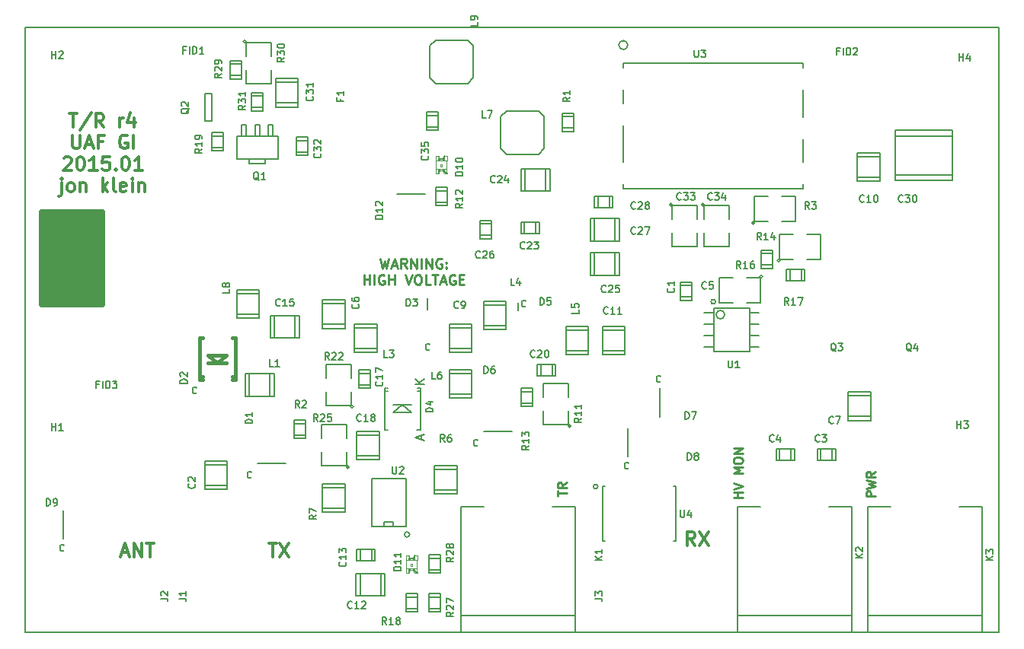
<source format=gto>
%FSLAX34Y34*%
G04 Gerber Fmt 3.4, Leading zero omitted, Abs format*
G04 (created by PCBNEW (2014-03-19 BZR 4756)-product) date Mon Feb 16 12:40:39 2015*
%MOIN*%
G01*
G70*
G90*
G04 APERTURE LIST*
%ADD10C,0.005906*%
%ADD11C,0.007874*%
%ADD12C,0.006890*%
%ADD13C,0.009843*%
%ADD14C,0.010827*%
%ADD15C,0.011811*%
%ADD16C,0.005000*%
%ADD17C,0.008000*%
%ADD18C,0.002600*%
%ADD19C,0.004000*%
%ADD20C,0.002000*%
%ADD21C,0.015000*%
%ADD22C,0.019685*%
G04 APERTURE END LIST*
G54D10*
G54D11*
X22200Y-36000D02*
X22200Y-9500D01*
X64800Y-36000D02*
X22200Y-36000D01*
X64800Y-9500D02*
X64800Y-36000D01*
X22200Y-9500D02*
X64800Y-9500D01*
G54D12*
X23885Y-32398D02*
X23872Y-32411D01*
X23832Y-32424D01*
X23806Y-32424D01*
X23767Y-32411D01*
X23740Y-32385D01*
X23727Y-32359D01*
X23714Y-32306D01*
X23714Y-32267D01*
X23727Y-32214D01*
X23740Y-32188D01*
X23767Y-32162D01*
X23806Y-32149D01*
X23832Y-32149D01*
X23872Y-32162D01*
X23885Y-32175D01*
X41985Y-27798D02*
X41972Y-27811D01*
X41932Y-27824D01*
X41906Y-27824D01*
X41867Y-27811D01*
X41840Y-27785D01*
X41827Y-27759D01*
X41814Y-27706D01*
X41814Y-27667D01*
X41827Y-27614D01*
X41840Y-27588D01*
X41867Y-27562D01*
X41906Y-27549D01*
X41932Y-27549D01*
X41972Y-27562D01*
X41985Y-27575D01*
X44085Y-21698D02*
X44072Y-21711D01*
X44032Y-21724D01*
X44006Y-21724D01*
X43967Y-21711D01*
X43940Y-21685D01*
X43927Y-21659D01*
X43914Y-21606D01*
X43914Y-21567D01*
X43927Y-21514D01*
X43940Y-21488D01*
X43967Y-21462D01*
X44006Y-21449D01*
X44032Y-21449D01*
X44072Y-21462D01*
X44085Y-21475D01*
X32085Y-29198D02*
X32072Y-29211D01*
X32032Y-29224D01*
X32006Y-29224D01*
X31967Y-29211D01*
X31940Y-29185D01*
X31927Y-29159D01*
X31914Y-29106D01*
X31914Y-29067D01*
X31927Y-29014D01*
X31940Y-28988D01*
X31967Y-28962D01*
X32006Y-28949D01*
X32032Y-28949D01*
X32072Y-28962D01*
X32085Y-28975D01*
X29685Y-25498D02*
X29672Y-25511D01*
X29632Y-25524D01*
X29606Y-25524D01*
X29567Y-25511D01*
X29540Y-25485D01*
X29527Y-25459D01*
X29514Y-25406D01*
X29514Y-25367D01*
X29527Y-25314D01*
X29540Y-25288D01*
X29567Y-25262D01*
X29606Y-25249D01*
X29632Y-25249D01*
X29672Y-25262D01*
X29685Y-25275D01*
X39885Y-23598D02*
X39872Y-23611D01*
X39832Y-23624D01*
X39806Y-23624D01*
X39767Y-23611D01*
X39740Y-23585D01*
X39727Y-23559D01*
X39714Y-23506D01*
X39714Y-23467D01*
X39727Y-23414D01*
X39740Y-23388D01*
X39767Y-23362D01*
X39806Y-23349D01*
X39832Y-23349D01*
X39872Y-23362D01*
X39885Y-23375D01*
X48585Y-28798D02*
X48572Y-28811D01*
X48532Y-28824D01*
X48506Y-28824D01*
X48467Y-28811D01*
X48440Y-28785D01*
X48427Y-28759D01*
X48414Y-28706D01*
X48414Y-28667D01*
X48427Y-28614D01*
X48440Y-28588D01*
X48467Y-28562D01*
X48506Y-28549D01*
X48532Y-28549D01*
X48572Y-28562D01*
X48585Y-28575D01*
X49985Y-24998D02*
X49972Y-25011D01*
X49932Y-25024D01*
X49906Y-25024D01*
X49867Y-25011D01*
X49840Y-24985D01*
X49827Y-24959D01*
X49814Y-24906D01*
X49814Y-24867D01*
X49827Y-24814D01*
X49840Y-24788D01*
X49867Y-24762D01*
X49906Y-24749D01*
X49932Y-24749D01*
X49972Y-24762D01*
X49985Y-24775D01*
G54D13*
X45484Y-30009D02*
X45484Y-29784D01*
X45878Y-29896D02*
X45484Y-29896D01*
X45878Y-29428D02*
X45690Y-29559D01*
X45878Y-29653D02*
X45484Y-29653D01*
X45484Y-29503D01*
X45503Y-29465D01*
X45521Y-29446D01*
X45559Y-29428D01*
X45615Y-29428D01*
X45653Y-29446D01*
X45671Y-29465D01*
X45690Y-29503D01*
X45690Y-29653D01*
X59378Y-30024D02*
X58984Y-30024D01*
X58984Y-29874D01*
X59003Y-29837D01*
X59021Y-29818D01*
X59059Y-29799D01*
X59115Y-29799D01*
X59153Y-29818D01*
X59171Y-29837D01*
X59190Y-29874D01*
X59190Y-30024D01*
X58984Y-29668D02*
X59378Y-29574D01*
X59096Y-29499D01*
X59378Y-29425D01*
X58984Y-29331D01*
X59378Y-28956D02*
X59190Y-29087D01*
X59378Y-29181D02*
X58984Y-29181D01*
X58984Y-29031D01*
X59003Y-28993D01*
X59021Y-28975D01*
X59059Y-28956D01*
X59115Y-28956D01*
X59153Y-28975D01*
X59171Y-28993D01*
X59190Y-29031D01*
X59190Y-29181D01*
X53578Y-30068D02*
X53184Y-30068D01*
X53371Y-30068D02*
X53371Y-29843D01*
X53578Y-29843D02*
X53184Y-29843D01*
X53184Y-29712D02*
X53578Y-29581D01*
X53184Y-29449D01*
X53578Y-29018D02*
X53184Y-29018D01*
X53465Y-28887D01*
X53184Y-28756D01*
X53578Y-28756D01*
X53184Y-28493D02*
X53184Y-28418D01*
X53203Y-28381D01*
X53240Y-28343D01*
X53315Y-28325D01*
X53446Y-28325D01*
X53521Y-28343D01*
X53559Y-28381D01*
X53578Y-28418D01*
X53578Y-28493D01*
X53559Y-28531D01*
X53521Y-28568D01*
X53446Y-28587D01*
X53315Y-28587D01*
X53240Y-28568D01*
X53203Y-28531D01*
X53184Y-28493D01*
X53578Y-28156D02*
X53184Y-28156D01*
X53578Y-27931D01*
X53184Y-27931D01*
G54D11*
X39011Y-31700D02*
G75*
G03X39011Y-31700I-111J0D01*
G74*
G01*
X39800Y-21350D02*
X39800Y-21850D01*
X43750Y-21550D02*
X43750Y-21875D01*
X52403Y-21500D02*
G75*
G03X52403Y-21500I-103J0D01*
G74*
G01*
G54D14*
X37735Y-19605D02*
X37838Y-20038D01*
X37921Y-19729D01*
X38003Y-20038D01*
X38107Y-19605D01*
X38251Y-19914D02*
X38457Y-19914D01*
X38210Y-20038D02*
X38354Y-19605D01*
X38498Y-20038D01*
X38890Y-20038D02*
X38746Y-19832D01*
X38643Y-20038D02*
X38643Y-19605D01*
X38808Y-19605D01*
X38849Y-19626D01*
X38870Y-19646D01*
X38890Y-19688D01*
X38890Y-19749D01*
X38870Y-19791D01*
X38849Y-19811D01*
X38808Y-19832D01*
X38643Y-19832D01*
X39076Y-20038D02*
X39076Y-19605D01*
X39323Y-20038D01*
X39323Y-19605D01*
X39529Y-20038D02*
X39529Y-19605D01*
X39736Y-20038D02*
X39736Y-19605D01*
X39983Y-20038D01*
X39983Y-19605D01*
X40416Y-19626D02*
X40375Y-19605D01*
X40313Y-19605D01*
X40251Y-19626D01*
X40210Y-19667D01*
X40189Y-19708D01*
X40169Y-19791D01*
X40169Y-19853D01*
X40189Y-19935D01*
X40210Y-19976D01*
X40251Y-20018D01*
X40313Y-20038D01*
X40354Y-20038D01*
X40416Y-20018D01*
X40437Y-19997D01*
X40437Y-19853D01*
X40354Y-19853D01*
X40622Y-19997D02*
X40643Y-20018D01*
X40622Y-20038D01*
X40602Y-20018D01*
X40622Y-19997D01*
X40622Y-20038D01*
X40622Y-19770D02*
X40643Y-19791D01*
X40622Y-19811D01*
X40602Y-19791D01*
X40622Y-19770D01*
X40622Y-19811D01*
X37014Y-20753D02*
X37014Y-20320D01*
X37014Y-20526D02*
X37261Y-20526D01*
X37261Y-20753D02*
X37261Y-20320D01*
X37467Y-20753D02*
X37467Y-20320D01*
X37900Y-20340D02*
X37859Y-20320D01*
X37797Y-20320D01*
X37735Y-20340D01*
X37694Y-20381D01*
X37673Y-20423D01*
X37653Y-20505D01*
X37653Y-20567D01*
X37673Y-20650D01*
X37694Y-20691D01*
X37735Y-20732D01*
X37797Y-20753D01*
X37838Y-20753D01*
X37900Y-20732D01*
X37921Y-20711D01*
X37921Y-20567D01*
X37838Y-20567D01*
X38107Y-20753D02*
X38107Y-20320D01*
X38107Y-20526D02*
X38354Y-20526D01*
X38354Y-20753D02*
X38354Y-20320D01*
X38828Y-20320D02*
X38973Y-20753D01*
X39117Y-20320D01*
X39344Y-20320D02*
X39426Y-20320D01*
X39468Y-20340D01*
X39509Y-20381D01*
X39529Y-20464D01*
X39529Y-20608D01*
X39509Y-20691D01*
X39468Y-20732D01*
X39426Y-20753D01*
X39344Y-20753D01*
X39303Y-20732D01*
X39261Y-20691D01*
X39241Y-20608D01*
X39241Y-20464D01*
X39261Y-20381D01*
X39303Y-20340D01*
X39344Y-20320D01*
X39921Y-20753D02*
X39715Y-20753D01*
X39715Y-20320D01*
X40004Y-20320D02*
X40251Y-20320D01*
X40128Y-20753D02*
X40128Y-20320D01*
X40375Y-20629D02*
X40581Y-20629D01*
X40334Y-20753D02*
X40478Y-20320D01*
X40622Y-20753D01*
X40994Y-20340D02*
X40952Y-20320D01*
X40891Y-20320D01*
X40829Y-20340D01*
X40787Y-20381D01*
X40767Y-20423D01*
X40746Y-20505D01*
X40746Y-20567D01*
X40767Y-20650D01*
X40787Y-20691D01*
X40829Y-20732D01*
X40891Y-20753D01*
X40932Y-20753D01*
X40994Y-20732D01*
X41014Y-20711D01*
X41014Y-20567D01*
X40932Y-20567D01*
X41200Y-20526D02*
X41344Y-20526D01*
X41406Y-20753D02*
X41200Y-20753D01*
X41200Y-20320D01*
X41406Y-20320D01*
G54D15*
X26425Y-32498D02*
X26706Y-32498D01*
X26368Y-32667D02*
X26565Y-32076D01*
X26762Y-32667D01*
X26959Y-32667D02*
X26959Y-32076D01*
X27296Y-32667D01*
X27296Y-32076D01*
X27493Y-32076D02*
X27831Y-32076D01*
X27662Y-32667D02*
X27662Y-32076D01*
X32850Y-32076D02*
X33187Y-32076D01*
X33018Y-32667D02*
X33018Y-32076D01*
X33328Y-32076D02*
X33721Y-32667D01*
X33721Y-32076D02*
X33328Y-32667D01*
X51501Y-32167D02*
X51304Y-31885D01*
X51164Y-32167D02*
X51164Y-31576D01*
X51389Y-31576D01*
X51445Y-31604D01*
X51473Y-31632D01*
X51501Y-31689D01*
X51501Y-31773D01*
X51473Y-31829D01*
X51445Y-31857D01*
X51389Y-31885D01*
X51164Y-31885D01*
X51698Y-31576D02*
X52092Y-32167D01*
X52092Y-31576D02*
X51698Y-32167D01*
X24137Y-13259D02*
X24475Y-13259D01*
X24306Y-13849D02*
X24306Y-13259D01*
X25093Y-13231D02*
X24587Y-13990D01*
X25628Y-13849D02*
X25431Y-13568D01*
X25290Y-13849D02*
X25290Y-13259D01*
X25515Y-13259D01*
X25571Y-13287D01*
X25600Y-13315D01*
X25628Y-13371D01*
X25628Y-13456D01*
X25600Y-13512D01*
X25571Y-13540D01*
X25515Y-13568D01*
X25290Y-13568D01*
X26331Y-13849D02*
X26331Y-13456D01*
X26331Y-13568D02*
X26359Y-13512D01*
X26387Y-13484D01*
X26443Y-13456D01*
X26499Y-13456D01*
X26949Y-13456D02*
X26949Y-13849D01*
X26809Y-13231D02*
X26668Y-13652D01*
X27034Y-13652D01*
X24264Y-14204D02*
X24264Y-14682D01*
X24292Y-14738D01*
X24320Y-14766D01*
X24376Y-14794D01*
X24489Y-14794D01*
X24545Y-14766D01*
X24573Y-14738D01*
X24601Y-14682D01*
X24601Y-14204D01*
X24854Y-14625D02*
X25135Y-14625D01*
X24798Y-14794D02*
X24995Y-14204D01*
X25192Y-14794D01*
X25585Y-14485D02*
X25389Y-14485D01*
X25389Y-14794D02*
X25389Y-14204D01*
X25670Y-14204D01*
X26654Y-14232D02*
X26598Y-14204D01*
X26513Y-14204D01*
X26429Y-14232D01*
X26373Y-14288D01*
X26345Y-14344D01*
X26317Y-14457D01*
X26317Y-14541D01*
X26345Y-14654D01*
X26373Y-14710D01*
X26429Y-14766D01*
X26513Y-14794D01*
X26570Y-14794D01*
X26654Y-14766D01*
X26682Y-14738D01*
X26682Y-14541D01*
X26570Y-14541D01*
X26935Y-14794D02*
X26935Y-14204D01*
X23884Y-15205D02*
X23912Y-15177D01*
X23968Y-15149D01*
X24109Y-15149D01*
X24165Y-15177D01*
X24193Y-15205D01*
X24222Y-15261D01*
X24222Y-15317D01*
X24193Y-15402D01*
X23856Y-15739D01*
X24222Y-15739D01*
X24587Y-15149D02*
X24643Y-15149D01*
X24700Y-15177D01*
X24728Y-15205D01*
X24756Y-15261D01*
X24784Y-15374D01*
X24784Y-15514D01*
X24756Y-15627D01*
X24728Y-15683D01*
X24700Y-15711D01*
X24643Y-15739D01*
X24587Y-15739D01*
X24531Y-15711D01*
X24503Y-15683D01*
X24475Y-15627D01*
X24447Y-15514D01*
X24447Y-15374D01*
X24475Y-15261D01*
X24503Y-15205D01*
X24531Y-15177D01*
X24587Y-15149D01*
X25346Y-15739D02*
X25009Y-15739D01*
X25178Y-15739D02*
X25178Y-15149D01*
X25121Y-15233D01*
X25065Y-15289D01*
X25009Y-15317D01*
X25881Y-15149D02*
X25600Y-15149D01*
X25571Y-15430D01*
X25600Y-15402D01*
X25656Y-15374D01*
X25796Y-15374D01*
X25853Y-15402D01*
X25881Y-15430D01*
X25909Y-15486D01*
X25909Y-15627D01*
X25881Y-15683D01*
X25853Y-15711D01*
X25796Y-15739D01*
X25656Y-15739D01*
X25600Y-15711D01*
X25571Y-15683D01*
X26162Y-15683D02*
X26190Y-15711D01*
X26162Y-15739D01*
X26134Y-15711D01*
X26162Y-15683D01*
X26162Y-15739D01*
X26556Y-15149D02*
X26612Y-15149D01*
X26668Y-15177D01*
X26696Y-15205D01*
X26724Y-15261D01*
X26752Y-15374D01*
X26752Y-15514D01*
X26724Y-15627D01*
X26696Y-15683D01*
X26668Y-15711D01*
X26612Y-15739D01*
X26556Y-15739D01*
X26499Y-15711D01*
X26471Y-15683D01*
X26443Y-15627D01*
X26415Y-15514D01*
X26415Y-15374D01*
X26443Y-15261D01*
X26471Y-15205D01*
X26499Y-15177D01*
X26556Y-15149D01*
X27315Y-15739D02*
X26977Y-15739D01*
X27146Y-15739D02*
X27146Y-15149D01*
X27090Y-15233D01*
X27034Y-15289D01*
X26977Y-15317D01*
X23786Y-16290D02*
X23786Y-16796D01*
X23758Y-16853D01*
X23701Y-16881D01*
X23673Y-16881D01*
X23786Y-16093D02*
X23758Y-16122D01*
X23786Y-16150D01*
X23814Y-16122D01*
X23786Y-16093D01*
X23786Y-16150D01*
X24151Y-16684D02*
X24095Y-16656D01*
X24067Y-16628D01*
X24039Y-16571D01*
X24039Y-16403D01*
X24067Y-16347D01*
X24095Y-16318D01*
X24151Y-16290D01*
X24236Y-16290D01*
X24292Y-16318D01*
X24320Y-16347D01*
X24348Y-16403D01*
X24348Y-16571D01*
X24320Y-16628D01*
X24292Y-16656D01*
X24236Y-16684D01*
X24151Y-16684D01*
X24601Y-16290D02*
X24601Y-16684D01*
X24601Y-16347D02*
X24629Y-16318D01*
X24686Y-16290D01*
X24770Y-16290D01*
X24826Y-16318D01*
X24854Y-16375D01*
X24854Y-16684D01*
X25585Y-16684D02*
X25585Y-16093D01*
X25642Y-16459D02*
X25810Y-16684D01*
X25810Y-16290D02*
X25585Y-16515D01*
X26148Y-16684D02*
X26092Y-16656D01*
X26064Y-16600D01*
X26064Y-16093D01*
X26598Y-16656D02*
X26542Y-16684D01*
X26429Y-16684D01*
X26373Y-16656D01*
X26345Y-16600D01*
X26345Y-16375D01*
X26373Y-16318D01*
X26429Y-16290D01*
X26542Y-16290D01*
X26598Y-16318D01*
X26626Y-16375D01*
X26626Y-16431D01*
X26345Y-16487D01*
X26879Y-16684D02*
X26879Y-16290D01*
X26879Y-16093D02*
X26851Y-16122D01*
X26879Y-16150D01*
X26907Y-16122D01*
X26879Y-16093D01*
X26879Y-16150D01*
X27160Y-16290D02*
X27160Y-16684D01*
X27160Y-16347D02*
X27188Y-16318D01*
X27245Y-16290D01*
X27329Y-16290D01*
X27385Y-16318D01*
X27413Y-16375D01*
X27413Y-16684D01*
G54D16*
X51350Y-21300D02*
X50850Y-21300D01*
X51350Y-20800D02*
X50860Y-20800D01*
X51350Y-20650D02*
X51350Y-21450D01*
X51350Y-21450D02*
X50850Y-21450D01*
X50850Y-21450D02*
X50850Y-20650D01*
X50850Y-20650D02*
X51350Y-20650D01*
X30060Y-29730D02*
X31040Y-29730D01*
X31040Y-28470D02*
X30060Y-28470D01*
X30060Y-28650D02*
X31040Y-28650D01*
X31040Y-29550D02*
X30060Y-29550D01*
X31040Y-29730D02*
X31040Y-28470D01*
X30060Y-28470D02*
X30060Y-29730D01*
X57000Y-28450D02*
X57000Y-27950D01*
X57500Y-28450D02*
X57500Y-27960D01*
X57650Y-28450D02*
X56850Y-28450D01*
X56850Y-28450D02*
X56850Y-27950D01*
X56850Y-27950D02*
X57650Y-27950D01*
X57650Y-27950D02*
X57650Y-28450D01*
X36190Y-21420D02*
X35210Y-21420D01*
X35210Y-22680D02*
X36190Y-22680D01*
X36190Y-22500D02*
X35210Y-22500D01*
X35210Y-21600D02*
X36190Y-21600D01*
X35210Y-21420D02*
X35210Y-22680D01*
X36190Y-22680D02*
X36190Y-21420D01*
X59190Y-25445D02*
X58210Y-25445D01*
X58210Y-26705D02*
X59190Y-26705D01*
X59190Y-26525D02*
X58210Y-26525D01*
X58210Y-25625D02*
X59190Y-25625D01*
X58210Y-25445D02*
X58210Y-26705D01*
X59190Y-26705D02*
X59190Y-25445D01*
X41740Y-22470D02*
X40760Y-22470D01*
X40760Y-23730D02*
X41740Y-23730D01*
X41740Y-23550D02*
X40760Y-23550D01*
X40760Y-22650D02*
X41740Y-22650D01*
X40760Y-22470D02*
X40760Y-23730D01*
X41740Y-23730D02*
X41740Y-22470D01*
X59590Y-14970D02*
X58610Y-14970D01*
X58610Y-16230D02*
X59590Y-16230D01*
X59590Y-16050D02*
X58610Y-16050D01*
X58610Y-15150D02*
X59590Y-15150D01*
X58610Y-14970D02*
X58610Y-16230D01*
X59590Y-16230D02*
X59590Y-14970D01*
X47460Y-23830D02*
X48440Y-23830D01*
X48440Y-22570D02*
X47460Y-22570D01*
X47460Y-22750D02*
X48440Y-22750D01*
X48440Y-23650D02*
X47460Y-23650D01*
X48440Y-23830D02*
X48440Y-22570D01*
X47460Y-22570D02*
X47460Y-23830D01*
X36850Y-32850D02*
X36850Y-32350D01*
X37350Y-32850D02*
X37350Y-32360D01*
X37500Y-32850D02*
X36700Y-32850D01*
X36700Y-32850D02*
X36700Y-32350D01*
X36700Y-32350D02*
X37500Y-32350D01*
X37500Y-32350D02*
X37500Y-32850D01*
X32920Y-22110D02*
X32920Y-23090D01*
X34180Y-23090D02*
X34180Y-22110D01*
X34000Y-22110D02*
X34000Y-23090D01*
X33100Y-23090D02*
X33100Y-22110D01*
X32920Y-23090D02*
X34180Y-23090D01*
X34180Y-22110D02*
X32920Y-22110D01*
X37300Y-25150D02*
X36800Y-25150D01*
X37300Y-24650D02*
X36810Y-24650D01*
X37300Y-24500D02*
X37300Y-25300D01*
X37300Y-25300D02*
X36800Y-25300D01*
X36800Y-25300D02*
X36800Y-24500D01*
X36800Y-24500D02*
X37300Y-24500D01*
X36710Y-28430D02*
X37690Y-28430D01*
X37690Y-27170D02*
X36710Y-27170D01*
X36710Y-27350D02*
X37690Y-27350D01*
X37690Y-28250D02*
X36710Y-28250D01*
X37690Y-28430D02*
X37690Y-27170D01*
X36710Y-27170D02*
X36710Y-28430D01*
X44750Y-24750D02*
X44750Y-24250D01*
X45250Y-24750D02*
X45250Y-24260D01*
X45400Y-24750D02*
X44600Y-24750D01*
X44600Y-24750D02*
X44600Y-24250D01*
X44600Y-24250D02*
X45400Y-24250D01*
X45400Y-24250D02*
X45400Y-24750D01*
X44030Y-18520D02*
X44030Y-18020D01*
X44530Y-18520D02*
X44530Y-18030D01*
X44680Y-18520D02*
X43880Y-18520D01*
X43880Y-18520D02*
X43880Y-18020D01*
X43880Y-18020D02*
X44680Y-18020D01*
X44680Y-18020D02*
X44680Y-18520D01*
X45145Y-16655D02*
X45145Y-15675D01*
X43885Y-15675D02*
X43885Y-16655D01*
X44065Y-16655D02*
X44065Y-15675D01*
X44965Y-15675D02*
X44965Y-16655D01*
X45145Y-15675D02*
X43885Y-15675D01*
X43885Y-16655D02*
X45145Y-16655D01*
X46920Y-19360D02*
X46920Y-20340D01*
X48180Y-20340D02*
X48180Y-19360D01*
X48000Y-19360D02*
X48000Y-20340D01*
X47100Y-20340D02*
X47100Y-19360D01*
X46920Y-20340D02*
X48180Y-20340D01*
X48180Y-19360D02*
X46920Y-19360D01*
X46920Y-17860D02*
X46920Y-18840D01*
X48180Y-18840D02*
X48180Y-17860D01*
X48000Y-17860D02*
X48000Y-18840D01*
X47100Y-18840D02*
X47100Y-17860D01*
X46920Y-18840D02*
X48180Y-18840D01*
X48180Y-17860D02*
X46920Y-17860D01*
G54D10*
X33600Y-28600D02*
X32350Y-28600D01*
X43500Y-27200D02*
X42250Y-27200D01*
X49950Y-25300D02*
X49950Y-26550D01*
X48550Y-28300D02*
X48550Y-27050D01*
G54D16*
X33080Y-25640D02*
X33080Y-24660D01*
X31820Y-24660D02*
X31820Y-25640D01*
X32000Y-25640D02*
X32000Y-24660D01*
X32900Y-24660D02*
X32900Y-25640D01*
X33080Y-24660D02*
X31820Y-24660D01*
X31820Y-25640D02*
X33080Y-25640D01*
X37590Y-22470D02*
X36610Y-22470D01*
X36610Y-23730D02*
X37590Y-23730D01*
X37590Y-23550D02*
X36610Y-23550D01*
X36610Y-22650D02*
X37590Y-22650D01*
X36610Y-22470D02*
X36610Y-23730D01*
X37590Y-23730D02*
X37590Y-22470D01*
X43240Y-21470D02*
X42260Y-21470D01*
X42260Y-22730D02*
X43240Y-22730D01*
X43240Y-22550D02*
X42260Y-22550D01*
X42260Y-21650D02*
X43240Y-21650D01*
X42260Y-21470D02*
X42260Y-22730D01*
X43240Y-22730D02*
X43240Y-21470D01*
X46840Y-22570D02*
X45860Y-22570D01*
X45860Y-23830D02*
X46840Y-23830D01*
X46840Y-23650D02*
X45860Y-23650D01*
X45860Y-22750D02*
X46840Y-22750D01*
X45860Y-22570D02*
X45860Y-23830D01*
X46840Y-23830D02*
X46840Y-22570D01*
X40760Y-25730D02*
X41740Y-25730D01*
X41740Y-24470D02*
X40760Y-24470D01*
X40760Y-24650D02*
X41740Y-24650D01*
X41740Y-25550D02*
X40760Y-25550D01*
X41740Y-25730D02*
X41740Y-24470D01*
X40760Y-24470D02*
X40760Y-25730D01*
X33950Y-26850D02*
X34450Y-26850D01*
X33950Y-27350D02*
X34440Y-27350D01*
X33950Y-27500D02*
X33950Y-26700D01*
X33950Y-26700D02*
X34450Y-26700D01*
X34450Y-26700D02*
X34450Y-27500D01*
X34450Y-27500D02*
X33950Y-27500D01*
X43900Y-25450D02*
X44400Y-25450D01*
X43900Y-25950D02*
X44390Y-25950D01*
X43900Y-26100D02*
X43900Y-25300D01*
X43900Y-25300D02*
X44400Y-25300D01*
X44400Y-25300D02*
X44400Y-26100D01*
X44400Y-26100D02*
X43900Y-26100D01*
X39850Y-34450D02*
X40350Y-34450D01*
X39850Y-34950D02*
X40340Y-34950D01*
X39850Y-35100D02*
X39850Y-34300D01*
X39850Y-34300D02*
X40350Y-34300D01*
X40350Y-34300D02*
X40350Y-35100D01*
X40350Y-35100D02*
X39850Y-35100D01*
X53880Y-21775D02*
X52320Y-21775D01*
X52320Y-21775D02*
X52320Y-23675D01*
X52320Y-23675D02*
X53880Y-23675D01*
X53880Y-23675D02*
X53880Y-21775D01*
X53880Y-21975D02*
X54310Y-21975D01*
X53880Y-22475D02*
X54310Y-22475D01*
X53880Y-22975D02*
X54310Y-22975D01*
X54310Y-23475D02*
X53880Y-23475D01*
X52320Y-23475D02*
X51890Y-23475D01*
X51890Y-22975D02*
X52320Y-22975D01*
X51890Y-22475D02*
X52320Y-22475D01*
X51890Y-21975D02*
X52320Y-21975D01*
X52796Y-22065D02*
G75*
G03X52796Y-22065I-186J0D01*
G74*
G01*
X42100Y-18100D02*
X42600Y-18100D01*
X42100Y-18600D02*
X42590Y-18600D01*
X42100Y-18750D02*
X42100Y-17950D01*
X42100Y-17950D02*
X42600Y-17950D01*
X42600Y-17950D02*
X42600Y-18750D01*
X42600Y-18750D02*
X42100Y-18750D01*
G54D10*
X23850Y-31900D02*
X23850Y-30650D01*
G54D16*
X38800Y-31350D02*
X38850Y-31350D01*
X38850Y-31350D02*
X38850Y-29250D01*
X37350Y-29250D02*
X37350Y-31350D01*
X37350Y-31350D02*
X38800Y-31350D01*
X37900Y-31350D02*
X37900Y-31150D01*
X37900Y-31150D02*
X38300Y-31150D01*
X38300Y-31150D02*
X38300Y-31350D01*
X37350Y-29250D02*
X38850Y-29250D01*
X47750Y-16900D02*
X47750Y-17400D01*
X47250Y-16900D02*
X47250Y-17390D01*
X47100Y-16900D02*
X47900Y-16900D01*
X47900Y-16900D02*
X47900Y-17400D01*
X47900Y-17400D02*
X47100Y-17400D01*
X47100Y-17400D02*
X47100Y-16900D01*
X46200Y-13900D02*
X45700Y-13900D01*
X46200Y-13400D02*
X45710Y-13400D01*
X46200Y-13250D02*
X46200Y-14050D01*
X46200Y-14050D02*
X45700Y-14050D01*
X45700Y-14050D02*
X45700Y-13250D01*
X45700Y-13250D02*
X46200Y-13250D01*
G54D10*
X48362Y-16359D02*
X48362Y-16555D01*
X56237Y-16359D02*
X56237Y-16555D01*
X54268Y-11044D02*
X56237Y-11044D01*
X56237Y-11044D02*
X56237Y-11240D01*
X56237Y-13406D02*
X56237Y-12225D01*
X56237Y-15374D02*
X56237Y-14390D01*
X48362Y-13800D02*
X48362Y-15374D01*
X48362Y-12225D02*
X48362Y-12815D01*
X48362Y-11044D02*
X48362Y-11240D01*
X48362Y-11044D02*
X54268Y-11044D01*
X56237Y-16555D02*
X48362Y-16555D01*
X48559Y-10256D02*
G75*
G03X48559Y-10256I-196J0D01*
G74*
G01*
G54D17*
X44900Y-14100D02*
X44900Y-14800D01*
X44900Y-14800D02*
X44650Y-15050D01*
X44650Y-15050D02*
X43250Y-15050D01*
X43250Y-15050D02*
X43000Y-14800D01*
X43000Y-14800D02*
X43000Y-13400D01*
X43000Y-13400D02*
X43250Y-13150D01*
X43250Y-13150D02*
X44650Y-13150D01*
X44650Y-13150D02*
X44900Y-13400D01*
X44900Y-13400D02*
X44900Y-14100D01*
G54D16*
X62750Y-15950D02*
X60250Y-15950D01*
X62750Y-14250D02*
X60250Y-14250D01*
X62750Y-14000D02*
X62750Y-16200D01*
X62750Y-16200D02*
X60250Y-16200D01*
X60250Y-16200D02*
X60250Y-14000D01*
X60250Y-14000D02*
X62750Y-14000D01*
X37930Y-34390D02*
X37930Y-33410D01*
X36670Y-33410D02*
X36670Y-34390D01*
X36850Y-34390D02*
X36850Y-33410D01*
X37750Y-33410D02*
X37750Y-34390D01*
X37930Y-33410D02*
X36670Y-33410D01*
X36670Y-34390D02*
X37930Y-34390D01*
X41090Y-28670D02*
X40110Y-28670D01*
X40110Y-29930D02*
X41090Y-29930D01*
X41090Y-29750D02*
X40110Y-29750D01*
X40110Y-28850D02*
X41090Y-28850D01*
X40110Y-28670D02*
X40110Y-29930D01*
X41090Y-29930D02*
X41090Y-28670D01*
X35210Y-30730D02*
X36190Y-30730D01*
X36190Y-29470D02*
X35210Y-29470D01*
X35210Y-29650D02*
X36190Y-29650D01*
X36190Y-30550D02*
X35210Y-30550D01*
X36190Y-30730D02*
X36190Y-29470D01*
X35210Y-29470D02*
X35210Y-30730D01*
X40350Y-33250D02*
X39850Y-33250D01*
X40350Y-32750D02*
X39860Y-32750D01*
X40350Y-32600D02*
X40350Y-33400D01*
X40350Y-33400D02*
X39850Y-33400D01*
X39850Y-33400D02*
X39850Y-32600D01*
X39850Y-32600D02*
X40350Y-32600D01*
G54D18*
X40282Y-15696D02*
X40154Y-15696D01*
X40154Y-15696D02*
X40154Y-15893D01*
X40282Y-15893D02*
X40154Y-15893D01*
X40282Y-15696D02*
X40282Y-15893D01*
X40527Y-15696D02*
X40468Y-15696D01*
X40468Y-15696D02*
X40468Y-15795D01*
X40527Y-15795D02*
X40468Y-15795D01*
X40527Y-15696D02*
X40527Y-15795D01*
X40332Y-15696D02*
X40273Y-15696D01*
X40273Y-15696D02*
X40273Y-15795D01*
X40332Y-15795D02*
X40273Y-15795D01*
X40332Y-15696D02*
X40332Y-15795D01*
X40478Y-15696D02*
X40322Y-15696D01*
X40322Y-15696D02*
X40322Y-15765D01*
X40478Y-15765D02*
X40322Y-15765D01*
X40478Y-15696D02*
X40478Y-15765D01*
X40282Y-15107D02*
X40154Y-15107D01*
X40154Y-15107D02*
X40154Y-15304D01*
X40282Y-15304D02*
X40154Y-15304D01*
X40282Y-15107D02*
X40282Y-15304D01*
X40646Y-15107D02*
X40518Y-15107D01*
X40518Y-15107D02*
X40518Y-15304D01*
X40646Y-15304D02*
X40518Y-15304D01*
X40646Y-15107D02*
X40646Y-15304D01*
X40332Y-15205D02*
X40273Y-15205D01*
X40273Y-15205D02*
X40273Y-15304D01*
X40332Y-15304D02*
X40273Y-15304D01*
X40332Y-15205D02*
X40332Y-15304D01*
X40527Y-15205D02*
X40468Y-15205D01*
X40468Y-15205D02*
X40468Y-15304D01*
X40527Y-15304D02*
X40468Y-15304D01*
X40527Y-15205D02*
X40527Y-15304D01*
X40478Y-15235D02*
X40322Y-15235D01*
X40322Y-15235D02*
X40322Y-15304D01*
X40478Y-15304D02*
X40322Y-15304D01*
X40478Y-15235D02*
X40478Y-15304D01*
X40439Y-15500D02*
X40361Y-15500D01*
X40361Y-15500D02*
X40361Y-15578D01*
X40439Y-15578D02*
X40361Y-15578D01*
X40439Y-15500D02*
X40439Y-15578D01*
X40636Y-15696D02*
X40518Y-15696D01*
X40518Y-15696D02*
X40518Y-15814D01*
X40636Y-15814D02*
X40518Y-15814D01*
X40636Y-15696D02*
X40636Y-15814D01*
X40646Y-15864D02*
X40557Y-15864D01*
X40557Y-15864D02*
X40557Y-15893D01*
X40646Y-15893D02*
X40557Y-15893D01*
X40646Y-15864D02*
X40646Y-15893D01*
G54D19*
X40174Y-15706D02*
X40174Y-15294D01*
X40626Y-15304D02*
X40626Y-15864D01*
G54D20*
X40605Y-15834D02*
G75*
G03X40605Y-15834I-28J0D01*
G74*
G01*
G54D19*
X40537Y-15893D02*
G75*
G03X40263Y-15893I-137J0D01*
G74*
G01*
X40263Y-15107D02*
G75*
G03X40537Y-15107I137J0D01*
G74*
G01*
G54D18*
X38982Y-33196D02*
X38854Y-33196D01*
X38854Y-33196D02*
X38854Y-33393D01*
X38982Y-33393D02*
X38854Y-33393D01*
X38982Y-33196D02*
X38982Y-33393D01*
X39227Y-33196D02*
X39168Y-33196D01*
X39168Y-33196D02*
X39168Y-33295D01*
X39227Y-33295D02*
X39168Y-33295D01*
X39227Y-33196D02*
X39227Y-33295D01*
X39032Y-33196D02*
X38973Y-33196D01*
X38973Y-33196D02*
X38973Y-33295D01*
X39032Y-33295D02*
X38973Y-33295D01*
X39032Y-33196D02*
X39032Y-33295D01*
X39178Y-33196D02*
X39022Y-33196D01*
X39022Y-33196D02*
X39022Y-33265D01*
X39178Y-33265D02*
X39022Y-33265D01*
X39178Y-33196D02*
X39178Y-33265D01*
X38982Y-32607D02*
X38854Y-32607D01*
X38854Y-32607D02*
X38854Y-32804D01*
X38982Y-32804D02*
X38854Y-32804D01*
X38982Y-32607D02*
X38982Y-32804D01*
X39346Y-32607D02*
X39218Y-32607D01*
X39218Y-32607D02*
X39218Y-32804D01*
X39346Y-32804D02*
X39218Y-32804D01*
X39346Y-32607D02*
X39346Y-32804D01*
X39032Y-32705D02*
X38973Y-32705D01*
X38973Y-32705D02*
X38973Y-32804D01*
X39032Y-32804D02*
X38973Y-32804D01*
X39032Y-32705D02*
X39032Y-32804D01*
X39227Y-32705D02*
X39168Y-32705D01*
X39168Y-32705D02*
X39168Y-32804D01*
X39227Y-32804D02*
X39168Y-32804D01*
X39227Y-32705D02*
X39227Y-32804D01*
X39178Y-32735D02*
X39022Y-32735D01*
X39022Y-32735D02*
X39022Y-32804D01*
X39178Y-32804D02*
X39022Y-32804D01*
X39178Y-32735D02*
X39178Y-32804D01*
X39139Y-33000D02*
X39061Y-33000D01*
X39061Y-33000D02*
X39061Y-33078D01*
X39139Y-33078D02*
X39061Y-33078D01*
X39139Y-33000D02*
X39139Y-33078D01*
X39336Y-33196D02*
X39218Y-33196D01*
X39218Y-33196D02*
X39218Y-33314D01*
X39336Y-33314D02*
X39218Y-33314D01*
X39336Y-33196D02*
X39336Y-33314D01*
X39346Y-33364D02*
X39257Y-33364D01*
X39257Y-33364D02*
X39257Y-33393D01*
X39346Y-33393D02*
X39257Y-33393D01*
X39346Y-33364D02*
X39346Y-33393D01*
G54D19*
X38874Y-33206D02*
X38874Y-32794D01*
X39326Y-32804D02*
X39326Y-33364D01*
G54D20*
X39305Y-33334D02*
G75*
G03X39305Y-33334I-28J0D01*
G74*
G01*
G54D19*
X39237Y-33393D02*
G75*
G03X38963Y-33393I-137J0D01*
G74*
G01*
X38963Y-32607D02*
G75*
G03X39237Y-32607I137J0D01*
G74*
G01*
G54D16*
X40150Y-16650D02*
X40650Y-16650D01*
X40150Y-17150D02*
X40640Y-17150D01*
X40150Y-17300D02*
X40150Y-16500D01*
X40150Y-16500D02*
X40650Y-16500D01*
X40650Y-16500D02*
X40650Y-17300D01*
X40650Y-17300D02*
X40150Y-17300D01*
X54900Y-19900D02*
X54400Y-19900D01*
X54900Y-19400D02*
X54410Y-19400D01*
X54900Y-19250D02*
X54900Y-20050D01*
X54900Y-20050D02*
X54400Y-20050D01*
X54400Y-20050D02*
X54400Y-19250D01*
X54400Y-19250D02*
X54900Y-19250D01*
X55650Y-20600D02*
X55650Y-20100D01*
X56150Y-20600D02*
X56150Y-20110D01*
X56300Y-20600D02*
X55500Y-20600D01*
X55500Y-20600D02*
X55500Y-20100D01*
X55500Y-20100D02*
X56300Y-20100D01*
X56300Y-20100D02*
X56300Y-20600D01*
X39350Y-34950D02*
X38850Y-34950D01*
X39350Y-34450D02*
X38860Y-34450D01*
X39350Y-34300D02*
X39350Y-35100D01*
X39350Y-35100D02*
X38850Y-35100D01*
X38850Y-35100D02*
X38850Y-34300D01*
X38850Y-34300D02*
X39350Y-34300D01*
X33160Y-12980D02*
X34140Y-12980D01*
X34140Y-11720D02*
X33160Y-11720D01*
X33160Y-11900D02*
X34140Y-11900D01*
X34140Y-12800D02*
X33160Y-12800D01*
X34140Y-12980D02*
X34140Y-11720D01*
X33160Y-11720D02*
X33160Y-12980D01*
X30850Y-14750D02*
X30350Y-14750D01*
X30850Y-14250D02*
X30360Y-14250D01*
X30850Y-14100D02*
X30850Y-14900D01*
X30850Y-14900D02*
X30350Y-14900D01*
X30350Y-14900D02*
X30350Y-14100D01*
X30350Y-14100D02*
X30850Y-14100D01*
X31150Y-11100D02*
X31650Y-11100D01*
X31150Y-11600D02*
X31640Y-11600D01*
X31150Y-11750D02*
X31150Y-10950D01*
X31150Y-10950D02*
X31650Y-10950D01*
X31650Y-10950D02*
X31650Y-11750D01*
X31650Y-11750D02*
X31150Y-11750D01*
X32100Y-12500D02*
X32600Y-12500D01*
X32100Y-13000D02*
X32590Y-13000D01*
X32100Y-13150D02*
X32100Y-12350D01*
X32100Y-12350D02*
X32600Y-12350D01*
X32600Y-12350D02*
X32600Y-13150D01*
X32600Y-13150D02*
X32100Y-13150D01*
X34050Y-14450D02*
X34550Y-14450D01*
X34050Y-14950D02*
X34540Y-14950D01*
X34050Y-15100D02*
X34050Y-14300D01*
X34050Y-14300D02*
X34550Y-14300D01*
X34550Y-14300D02*
X34550Y-15100D01*
X34550Y-15100D02*
X34050Y-15100D01*
X31460Y-22230D02*
X32440Y-22230D01*
X32440Y-20970D02*
X31460Y-20970D01*
X31460Y-21150D02*
X32440Y-21150D01*
X32440Y-22050D02*
X31460Y-22050D01*
X32440Y-22230D02*
X32440Y-20970D01*
X31460Y-20970D02*
X31460Y-22230D01*
X39750Y-13350D02*
X40250Y-13350D01*
X39750Y-13850D02*
X40240Y-13850D01*
X39750Y-14000D02*
X39750Y-13200D01*
X39750Y-13200D02*
X40250Y-13200D01*
X40250Y-13200D02*
X40250Y-14000D01*
X40250Y-14000D02*
X39750Y-14000D01*
G54D17*
X40850Y-11950D02*
X40150Y-11950D01*
X40150Y-11950D02*
X39900Y-11700D01*
X39900Y-11700D02*
X39900Y-10300D01*
X39900Y-10300D02*
X40150Y-10050D01*
X40150Y-10050D02*
X41550Y-10050D01*
X41550Y-10050D02*
X41800Y-10300D01*
X41800Y-10300D02*
X41800Y-11700D01*
X41800Y-11700D02*
X41550Y-11950D01*
X41550Y-11950D02*
X40850Y-11950D01*
G54D16*
X31860Y-13765D02*
X31660Y-13765D01*
X31660Y-13765D02*
X31660Y-14235D01*
X31860Y-13765D02*
X31860Y-14235D01*
X32450Y-13765D02*
X32450Y-14235D01*
X32250Y-13765D02*
X32250Y-14235D01*
X32450Y-13765D02*
X32250Y-13765D01*
X33040Y-13765D02*
X32840Y-13765D01*
X32840Y-13765D02*
X32840Y-14235D01*
X33040Y-13765D02*
X33040Y-14235D01*
X32705Y-15460D02*
X31995Y-15460D01*
X31995Y-15460D02*
X31995Y-15265D01*
X32705Y-15460D02*
X32705Y-15265D01*
X33255Y-14235D02*
X33255Y-15265D01*
X33255Y-15265D02*
X31445Y-15265D01*
X31445Y-15265D02*
X31445Y-14235D01*
X31445Y-14235D02*
X33255Y-14235D01*
X30350Y-12400D02*
X30350Y-13600D01*
X30350Y-13600D02*
X30050Y-13600D01*
X30050Y-13600D02*
X30050Y-12400D01*
X30050Y-12400D02*
X30350Y-12400D01*
G54D21*
X30600Y-24177D02*
X30994Y-23843D01*
X30994Y-23843D02*
X30206Y-23843D01*
X30206Y-23843D02*
X30600Y-24177D01*
X30600Y-24177D02*
X30206Y-24177D01*
X30600Y-24177D02*
X30994Y-24177D01*
X29911Y-23094D02*
X29970Y-23094D01*
X29911Y-24768D02*
X29950Y-24768D01*
X29911Y-24906D02*
X29950Y-24906D01*
X31289Y-23094D02*
X31250Y-23094D01*
X31289Y-24768D02*
X31250Y-24768D01*
X31289Y-24906D02*
X31250Y-24906D01*
X29813Y-24768D02*
X29891Y-24768D01*
X31387Y-24768D02*
X31309Y-24768D01*
X29814Y-24904D02*
X29892Y-24904D01*
X29814Y-23092D02*
X29814Y-24904D01*
X29814Y-23092D02*
X29892Y-23092D01*
X31387Y-23094D02*
X31309Y-23094D01*
X31387Y-23094D02*
X31387Y-24906D01*
X31387Y-24906D02*
X31309Y-24906D01*
G54D16*
X55700Y-27950D02*
X55700Y-28450D01*
X55200Y-27950D02*
X55200Y-28440D01*
X55050Y-27950D02*
X55850Y-27950D01*
X55850Y-27950D02*
X55850Y-28450D01*
X55850Y-28450D02*
X55050Y-28450D01*
X55050Y-28450D02*
X55050Y-27950D01*
X54120Y-18050D02*
G75*
G03X54120Y-18050I-70J0D01*
G74*
G01*
X54700Y-16900D02*
X54100Y-16900D01*
X54100Y-16900D02*
X54100Y-18000D01*
X54100Y-18000D02*
X54700Y-18000D01*
X55300Y-18000D02*
X55900Y-18000D01*
X55900Y-18000D02*
X55900Y-16900D01*
X55900Y-16900D02*
X55300Y-16900D01*
X55220Y-19700D02*
G75*
G03X55220Y-19700I-70J0D01*
G74*
G01*
X55800Y-18550D02*
X55200Y-18550D01*
X55200Y-18550D02*
X55200Y-19650D01*
X55200Y-19650D02*
X55800Y-19650D01*
X56400Y-19650D02*
X57000Y-19650D01*
X57000Y-19650D02*
X57000Y-18550D01*
X57000Y-18550D02*
X56400Y-18550D01*
X54470Y-20400D02*
G75*
G03X54470Y-20400I-70J0D01*
G74*
G01*
X53750Y-21550D02*
X54350Y-21550D01*
X54350Y-21550D02*
X54350Y-20450D01*
X54350Y-20450D02*
X53750Y-20450D01*
X53150Y-20450D02*
X52550Y-20450D01*
X52550Y-20450D02*
X52550Y-21550D01*
X52550Y-21550D02*
X53150Y-21550D01*
X50520Y-17250D02*
G75*
G03X50520Y-17250I-70J0D01*
G74*
G01*
X51600Y-17900D02*
X51600Y-17300D01*
X51600Y-17300D02*
X50500Y-17300D01*
X50500Y-17300D02*
X50500Y-17900D01*
X50500Y-18500D02*
X50500Y-19100D01*
X50500Y-19100D02*
X51600Y-19100D01*
X51600Y-19100D02*
X51600Y-18500D01*
X51920Y-17250D02*
G75*
G03X51920Y-17250I-70J0D01*
G74*
G01*
X53000Y-17900D02*
X53000Y-17300D01*
X53000Y-17300D02*
X51900Y-17300D01*
X51900Y-17300D02*
X51900Y-17900D01*
X51900Y-18500D02*
X51900Y-19100D01*
X51900Y-19100D02*
X53000Y-19100D01*
X53000Y-19100D02*
X53000Y-18500D01*
G54D10*
X38450Y-16800D02*
X39700Y-16800D01*
G54D16*
X46070Y-26950D02*
G75*
G03X46070Y-26950I-70J0D01*
G74*
G01*
X44850Y-26300D02*
X44850Y-26900D01*
X44850Y-26900D02*
X45950Y-26900D01*
X45950Y-26900D02*
X45950Y-26300D01*
X45950Y-25700D02*
X45950Y-25100D01*
X45950Y-25100D02*
X44850Y-25100D01*
X44850Y-25100D02*
X44850Y-25700D01*
X36570Y-26100D02*
G75*
G03X36570Y-26100I-70J0D01*
G74*
G01*
X35350Y-25450D02*
X35350Y-26050D01*
X35350Y-26050D02*
X36450Y-26050D01*
X36450Y-26050D02*
X36450Y-25450D01*
X36450Y-24850D02*
X36450Y-24250D01*
X36450Y-24250D02*
X35350Y-24250D01*
X35350Y-24250D02*
X35350Y-24850D01*
X36370Y-28750D02*
G75*
G03X36370Y-28750I-70J0D01*
G74*
G01*
X35150Y-28100D02*
X35150Y-28700D01*
X35150Y-28700D02*
X36250Y-28700D01*
X36250Y-28700D02*
X36250Y-28100D01*
X36250Y-27500D02*
X36250Y-26900D01*
X36250Y-26900D02*
X35150Y-26900D01*
X35150Y-26900D02*
X35150Y-27500D01*
X31870Y-10100D02*
G75*
G03X31870Y-10100I-70J0D01*
G74*
G01*
X32950Y-10750D02*
X32950Y-10150D01*
X32950Y-10150D02*
X31850Y-10150D01*
X31850Y-10150D02*
X31850Y-10750D01*
X31850Y-11350D02*
X31850Y-11950D01*
X31850Y-11950D02*
X32950Y-11950D01*
X32950Y-11950D02*
X32950Y-11350D01*
G54D10*
X38700Y-26023D02*
X38306Y-26357D01*
X38306Y-26357D02*
X39094Y-26357D01*
X39094Y-26357D02*
X38700Y-26023D01*
X38700Y-26023D02*
X39094Y-26023D01*
X38700Y-26023D02*
X38306Y-26023D01*
X39389Y-27106D02*
X39330Y-27106D01*
X39389Y-25432D02*
X39350Y-25432D01*
X39389Y-25294D02*
X39350Y-25294D01*
X38011Y-27106D02*
X38050Y-27106D01*
X38011Y-25432D02*
X38050Y-25432D01*
X38011Y-25294D02*
X38050Y-25294D01*
X39487Y-25432D02*
X39409Y-25432D01*
X37913Y-25432D02*
X37991Y-25432D01*
X39486Y-25296D02*
X39408Y-25296D01*
X39486Y-27108D02*
X39486Y-25296D01*
X39486Y-27108D02*
X39408Y-27108D01*
X37913Y-27106D02*
X37991Y-27106D01*
X37913Y-27106D02*
X37913Y-25294D01*
X37913Y-25294D02*
X37991Y-25294D01*
X50550Y-32000D02*
X50650Y-32000D01*
X50650Y-32000D02*
X50650Y-29600D01*
X50650Y-29600D02*
X50550Y-29600D01*
X47450Y-29600D02*
X47450Y-32000D01*
X47450Y-32000D02*
X47550Y-32000D01*
X47550Y-29600D02*
X47450Y-29600D01*
X47250Y-29600D02*
G75*
G03X47250Y-29600I-100J0D01*
G74*
G01*
X41250Y-36000D02*
X46250Y-36000D01*
X46250Y-36000D02*
X46250Y-35250D01*
X41250Y-36000D02*
X41250Y-35250D01*
X42250Y-30500D02*
X42000Y-30500D01*
X42000Y-30500D02*
X41250Y-30500D01*
X41250Y-30500D02*
X41250Y-35250D01*
X41250Y-35250D02*
X46250Y-35250D01*
X46250Y-35250D02*
X46250Y-30500D01*
X46250Y-30500D02*
X45250Y-30500D01*
X53350Y-36000D02*
X58350Y-36000D01*
X58350Y-36000D02*
X58350Y-35250D01*
X53350Y-36000D02*
X53350Y-35250D01*
X54350Y-30500D02*
X54100Y-30500D01*
X54100Y-30500D02*
X53350Y-30500D01*
X53350Y-30500D02*
X53350Y-35250D01*
X53350Y-35250D02*
X58350Y-35250D01*
X58350Y-35250D02*
X58350Y-30500D01*
X58350Y-30500D02*
X57350Y-30500D01*
X59050Y-36000D02*
X64050Y-36000D01*
X64050Y-36000D02*
X64050Y-35250D01*
X59050Y-36000D02*
X59050Y-35250D01*
X60050Y-30500D02*
X59800Y-30500D01*
X59800Y-30500D02*
X59050Y-30500D01*
X59050Y-30500D02*
X59050Y-35250D01*
X59050Y-35250D02*
X64050Y-35250D01*
X64050Y-35250D02*
X64050Y-30500D01*
X64050Y-30500D02*
X63050Y-30500D01*
G54D12*
X29212Y-10477D02*
X29107Y-10477D01*
X29107Y-10642D02*
X29107Y-10327D01*
X29257Y-10327D01*
X29377Y-10642D02*
X29377Y-10327D01*
X29527Y-10642D02*
X29527Y-10327D01*
X29602Y-10327D01*
X29647Y-10342D01*
X29677Y-10372D01*
X29692Y-10402D01*
X29707Y-10462D01*
X29707Y-10507D01*
X29692Y-10567D01*
X29677Y-10597D01*
X29647Y-10627D01*
X29602Y-10642D01*
X29527Y-10642D01*
X30007Y-10642D02*
X29827Y-10642D01*
X29917Y-10642D02*
X29917Y-10327D01*
X29887Y-10372D01*
X29857Y-10402D01*
X29827Y-10417D01*
X50562Y-20902D02*
X50577Y-20917D01*
X50592Y-20962D01*
X50592Y-20992D01*
X50577Y-21037D01*
X50547Y-21067D01*
X50517Y-21082D01*
X50457Y-21097D01*
X50412Y-21097D01*
X50352Y-21082D01*
X50322Y-21067D01*
X50292Y-21037D01*
X50277Y-20992D01*
X50277Y-20962D01*
X50292Y-20917D01*
X50307Y-20902D01*
X50592Y-20602D02*
X50592Y-20782D01*
X50592Y-20692D02*
X50277Y-20692D01*
X50322Y-20722D01*
X50352Y-20752D01*
X50367Y-20782D01*
X29612Y-29477D02*
X29627Y-29492D01*
X29642Y-29537D01*
X29642Y-29567D01*
X29627Y-29612D01*
X29597Y-29642D01*
X29567Y-29657D01*
X29507Y-29672D01*
X29462Y-29672D01*
X29402Y-29657D01*
X29372Y-29642D01*
X29342Y-29612D01*
X29327Y-29567D01*
X29327Y-29537D01*
X29342Y-29492D01*
X29357Y-29477D01*
X29357Y-29357D02*
X29342Y-29342D01*
X29327Y-29312D01*
X29327Y-29237D01*
X29342Y-29207D01*
X29357Y-29192D01*
X29387Y-29177D01*
X29417Y-29177D01*
X29462Y-29192D01*
X29642Y-29372D01*
X29642Y-29177D01*
X56947Y-27612D02*
X56932Y-27627D01*
X56887Y-27642D01*
X56857Y-27642D01*
X56812Y-27627D01*
X56782Y-27597D01*
X56767Y-27567D01*
X56752Y-27507D01*
X56752Y-27462D01*
X56767Y-27402D01*
X56782Y-27372D01*
X56812Y-27342D01*
X56857Y-27327D01*
X56887Y-27327D01*
X56932Y-27342D01*
X56947Y-27357D01*
X57052Y-27327D02*
X57247Y-27327D01*
X57142Y-27447D01*
X57187Y-27447D01*
X57217Y-27462D01*
X57232Y-27477D01*
X57247Y-27507D01*
X57247Y-27582D01*
X57232Y-27612D01*
X57217Y-27627D01*
X57187Y-27642D01*
X57097Y-27642D01*
X57067Y-27627D01*
X57052Y-27612D01*
X36762Y-21602D02*
X36777Y-21617D01*
X36792Y-21662D01*
X36792Y-21692D01*
X36777Y-21737D01*
X36747Y-21767D01*
X36717Y-21782D01*
X36657Y-21797D01*
X36612Y-21797D01*
X36552Y-21782D01*
X36522Y-21767D01*
X36492Y-21737D01*
X36477Y-21692D01*
X36477Y-21662D01*
X36492Y-21617D01*
X36507Y-21602D01*
X36477Y-21332D02*
X36477Y-21392D01*
X36492Y-21422D01*
X36507Y-21437D01*
X36552Y-21467D01*
X36612Y-21482D01*
X36732Y-21482D01*
X36762Y-21467D01*
X36777Y-21452D01*
X36792Y-21422D01*
X36792Y-21362D01*
X36777Y-21332D01*
X36762Y-21317D01*
X36732Y-21302D01*
X36657Y-21302D01*
X36627Y-21317D01*
X36612Y-21332D01*
X36597Y-21362D01*
X36597Y-21422D01*
X36612Y-21452D01*
X36627Y-21467D01*
X36657Y-21482D01*
X57547Y-26812D02*
X57532Y-26827D01*
X57487Y-26842D01*
X57457Y-26842D01*
X57412Y-26827D01*
X57382Y-26797D01*
X57367Y-26767D01*
X57352Y-26707D01*
X57352Y-26662D01*
X57367Y-26602D01*
X57382Y-26572D01*
X57412Y-26542D01*
X57457Y-26527D01*
X57487Y-26527D01*
X57532Y-26542D01*
X57547Y-26557D01*
X57652Y-26527D02*
X57862Y-26527D01*
X57727Y-26842D01*
X41147Y-21762D02*
X41132Y-21777D01*
X41087Y-21792D01*
X41057Y-21792D01*
X41012Y-21777D01*
X40982Y-21747D01*
X40967Y-21717D01*
X40952Y-21657D01*
X40952Y-21612D01*
X40967Y-21552D01*
X40982Y-21522D01*
X41012Y-21492D01*
X41057Y-21477D01*
X41087Y-21477D01*
X41132Y-21492D01*
X41147Y-21507D01*
X41297Y-21792D02*
X41357Y-21792D01*
X41387Y-21777D01*
X41402Y-21762D01*
X41432Y-21717D01*
X41447Y-21657D01*
X41447Y-21537D01*
X41432Y-21507D01*
X41417Y-21492D01*
X41387Y-21477D01*
X41327Y-21477D01*
X41297Y-21492D01*
X41282Y-21507D01*
X41267Y-21537D01*
X41267Y-21612D01*
X41282Y-21642D01*
X41297Y-21657D01*
X41327Y-21672D01*
X41387Y-21672D01*
X41417Y-21657D01*
X41432Y-21642D01*
X41447Y-21612D01*
X58897Y-17112D02*
X58882Y-17127D01*
X58837Y-17142D01*
X58807Y-17142D01*
X58762Y-17127D01*
X58732Y-17097D01*
X58717Y-17067D01*
X58702Y-17007D01*
X58702Y-16962D01*
X58717Y-16902D01*
X58732Y-16872D01*
X58762Y-16842D01*
X58807Y-16827D01*
X58837Y-16827D01*
X58882Y-16842D01*
X58897Y-16857D01*
X59197Y-17142D02*
X59017Y-17142D01*
X59107Y-17142D02*
X59107Y-16827D01*
X59077Y-16872D01*
X59047Y-16902D01*
X59017Y-16917D01*
X59392Y-16827D02*
X59422Y-16827D01*
X59452Y-16842D01*
X59467Y-16857D01*
X59482Y-16887D01*
X59497Y-16947D01*
X59497Y-17022D01*
X59482Y-17082D01*
X59467Y-17112D01*
X59452Y-17127D01*
X59422Y-17142D01*
X59392Y-17142D01*
X59362Y-17127D01*
X59347Y-17112D01*
X59332Y-17082D01*
X59317Y-17022D01*
X59317Y-16947D01*
X59332Y-16887D01*
X59347Y-16857D01*
X59362Y-16842D01*
X59392Y-16827D01*
X47697Y-22012D02*
X47682Y-22027D01*
X47637Y-22042D01*
X47607Y-22042D01*
X47562Y-22027D01*
X47532Y-21997D01*
X47517Y-21967D01*
X47502Y-21907D01*
X47502Y-21862D01*
X47517Y-21802D01*
X47532Y-21772D01*
X47562Y-21742D01*
X47607Y-21727D01*
X47637Y-21727D01*
X47682Y-21742D01*
X47697Y-21757D01*
X47997Y-22042D02*
X47817Y-22042D01*
X47907Y-22042D02*
X47907Y-21727D01*
X47877Y-21772D01*
X47847Y-21802D01*
X47817Y-21817D01*
X48297Y-22042D02*
X48117Y-22042D01*
X48207Y-22042D02*
X48207Y-21727D01*
X48177Y-21772D01*
X48147Y-21802D01*
X48117Y-21817D01*
X36212Y-32902D02*
X36227Y-32917D01*
X36242Y-32962D01*
X36242Y-32992D01*
X36227Y-33037D01*
X36197Y-33067D01*
X36167Y-33082D01*
X36107Y-33097D01*
X36062Y-33097D01*
X36002Y-33082D01*
X35972Y-33067D01*
X35942Y-33037D01*
X35927Y-32992D01*
X35927Y-32962D01*
X35942Y-32917D01*
X35957Y-32902D01*
X36242Y-32602D02*
X36242Y-32782D01*
X36242Y-32692D02*
X35927Y-32692D01*
X35972Y-32722D01*
X36002Y-32752D01*
X36017Y-32782D01*
X35927Y-32497D02*
X35927Y-32302D01*
X36047Y-32407D01*
X36047Y-32362D01*
X36062Y-32332D01*
X36077Y-32317D01*
X36107Y-32302D01*
X36182Y-32302D01*
X36212Y-32317D01*
X36227Y-32332D01*
X36242Y-32362D01*
X36242Y-32452D01*
X36227Y-32482D01*
X36212Y-32497D01*
X33347Y-21662D02*
X33332Y-21677D01*
X33287Y-21692D01*
X33257Y-21692D01*
X33212Y-21677D01*
X33182Y-21647D01*
X33167Y-21617D01*
X33152Y-21557D01*
X33152Y-21512D01*
X33167Y-21452D01*
X33182Y-21422D01*
X33212Y-21392D01*
X33257Y-21377D01*
X33287Y-21377D01*
X33332Y-21392D01*
X33347Y-21407D01*
X33647Y-21692D02*
X33467Y-21692D01*
X33557Y-21692D02*
X33557Y-21377D01*
X33527Y-21422D01*
X33497Y-21452D01*
X33467Y-21467D01*
X33932Y-21377D02*
X33782Y-21377D01*
X33767Y-21527D01*
X33782Y-21512D01*
X33812Y-21497D01*
X33887Y-21497D01*
X33917Y-21512D01*
X33932Y-21527D01*
X33947Y-21557D01*
X33947Y-21632D01*
X33932Y-21662D01*
X33917Y-21677D01*
X33887Y-21692D01*
X33812Y-21692D01*
X33782Y-21677D01*
X33767Y-21662D01*
X37812Y-25002D02*
X37827Y-25017D01*
X37842Y-25062D01*
X37842Y-25092D01*
X37827Y-25137D01*
X37797Y-25167D01*
X37767Y-25182D01*
X37707Y-25197D01*
X37662Y-25197D01*
X37602Y-25182D01*
X37572Y-25167D01*
X37542Y-25137D01*
X37527Y-25092D01*
X37527Y-25062D01*
X37542Y-25017D01*
X37557Y-25002D01*
X37842Y-24702D02*
X37842Y-24882D01*
X37842Y-24792D02*
X37527Y-24792D01*
X37572Y-24822D01*
X37602Y-24852D01*
X37617Y-24882D01*
X37527Y-24597D02*
X37527Y-24387D01*
X37842Y-24522D01*
X36897Y-26712D02*
X36882Y-26727D01*
X36837Y-26742D01*
X36807Y-26742D01*
X36762Y-26727D01*
X36732Y-26697D01*
X36717Y-26667D01*
X36702Y-26607D01*
X36702Y-26562D01*
X36717Y-26502D01*
X36732Y-26472D01*
X36762Y-26442D01*
X36807Y-26427D01*
X36837Y-26427D01*
X36882Y-26442D01*
X36897Y-26457D01*
X37197Y-26742D02*
X37017Y-26742D01*
X37107Y-26742D02*
X37107Y-26427D01*
X37077Y-26472D01*
X37047Y-26502D01*
X37017Y-26517D01*
X37377Y-26562D02*
X37347Y-26547D01*
X37332Y-26532D01*
X37317Y-26502D01*
X37317Y-26487D01*
X37332Y-26457D01*
X37347Y-26442D01*
X37377Y-26427D01*
X37437Y-26427D01*
X37467Y-26442D01*
X37482Y-26457D01*
X37497Y-26487D01*
X37497Y-26502D01*
X37482Y-26532D01*
X37467Y-26547D01*
X37437Y-26562D01*
X37377Y-26562D01*
X37347Y-26577D01*
X37332Y-26592D01*
X37317Y-26622D01*
X37317Y-26682D01*
X37332Y-26712D01*
X37347Y-26727D01*
X37377Y-26742D01*
X37437Y-26742D01*
X37467Y-26727D01*
X37482Y-26712D01*
X37497Y-26682D01*
X37497Y-26622D01*
X37482Y-26592D01*
X37467Y-26577D01*
X37437Y-26562D01*
X44497Y-23912D02*
X44482Y-23927D01*
X44437Y-23942D01*
X44407Y-23942D01*
X44362Y-23927D01*
X44332Y-23897D01*
X44317Y-23867D01*
X44302Y-23807D01*
X44302Y-23762D01*
X44317Y-23702D01*
X44332Y-23672D01*
X44362Y-23642D01*
X44407Y-23627D01*
X44437Y-23627D01*
X44482Y-23642D01*
X44497Y-23657D01*
X44617Y-23657D02*
X44632Y-23642D01*
X44662Y-23627D01*
X44737Y-23627D01*
X44767Y-23642D01*
X44782Y-23657D01*
X44797Y-23687D01*
X44797Y-23717D01*
X44782Y-23762D01*
X44602Y-23942D01*
X44797Y-23942D01*
X44992Y-23627D02*
X45022Y-23627D01*
X45052Y-23642D01*
X45067Y-23657D01*
X45082Y-23687D01*
X45097Y-23747D01*
X45097Y-23822D01*
X45082Y-23882D01*
X45067Y-23912D01*
X45052Y-23927D01*
X45022Y-23942D01*
X44992Y-23942D01*
X44962Y-23927D01*
X44947Y-23912D01*
X44932Y-23882D01*
X44917Y-23822D01*
X44917Y-23747D01*
X44932Y-23687D01*
X44947Y-23657D01*
X44962Y-23642D01*
X44992Y-23627D01*
X44047Y-19162D02*
X44032Y-19177D01*
X43987Y-19192D01*
X43957Y-19192D01*
X43912Y-19177D01*
X43882Y-19147D01*
X43867Y-19117D01*
X43852Y-19057D01*
X43852Y-19012D01*
X43867Y-18952D01*
X43882Y-18922D01*
X43912Y-18892D01*
X43957Y-18877D01*
X43987Y-18877D01*
X44032Y-18892D01*
X44047Y-18907D01*
X44167Y-18907D02*
X44182Y-18892D01*
X44212Y-18877D01*
X44287Y-18877D01*
X44317Y-18892D01*
X44332Y-18907D01*
X44347Y-18937D01*
X44347Y-18967D01*
X44332Y-19012D01*
X44152Y-19192D01*
X44347Y-19192D01*
X44452Y-18877D02*
X44647Y-18877D01*
X44542Y-18997D01*
X44587Y-18997D01*
X44617Y-19012D01*
X44632Y-19027D01*
X44647Y-19057D01*
X44647Y-19132D01*
X44632Y-19162D01*
X44617Y-19177D01*
X44587Y-19192D01*
X44497Y-19192D01*
X44467Y-19177D01*
X44452Y-19162D01*
X42747Y-16262D02*
X42732Y-16277D01*
X42687Y-16292D01*
X42657Y-16292D01*
X42612Y-16277D01*
X42582Y-16247D01*
X42567Y-16217D01*
X42552Y-16157D01*
X42552Y-16112D01*
X42567Y-16052D01*
X42582Y-16022D01*
X42612Y-15992D01*
X42657Y-15977D01*
X42687Y-15977D01*
X42732Y-15992D01*
X42747Y-16007D01*
X42867Y-16007D02*
X42882Y-15992D01*
X42912Y-15977D01*
X42987Y-15977D01*
X43017Y-15992D01*
X43032Y-16007D01*
X43047Y-16037D01*
X43047Y-16067D01*
X43032Y-16112D01*
X42852Y-16292D01*
X43047Y-16292D01*
X43317Y-16082D02*
X43317Y-16292D01*
X43242Y-15962D02*
X43167Y-16187D01*
X43362Y-16187D01*
X47597Y-21062D02*
X47582Y-21077D01*
X47537Y-21092D01*
X47507Y-21092D01*
X47462Y-21077D01*
X47432Y-21047D01*
X47417Y-21017D01*
X47402Y-20957D01*
X47402Y-20912D01*
X47417Y-20852D01*
X47432Y-20822D01*
X47462Y-20792D01*
X47507Y-20777D01*
X47537Y-20777D01*
X47582Y-20792D01*
X47597Y-20807D01*
X47717Y-20807D02*
X47732Y-20792D01*
X47762Y-20777D01*
X47837Y-20777D01*
X47867Y-20792D01*
X47882Y-20807D01*
X47897Y-20837D01*
X47897Y-20867D01*
X47882Y-20912D01*
X47702Y-21092D01*
X47897Y-21092D01*
X48182Y-20777D02*
X48032Y-20777D01*
X48017Y-20927D01*
X48032Y-20912D01*
X48062Y-20897D01*
X48137Y-20897D01*
X48167Y-20912D01*
X48182Y-20927D01*
X48197Y-20957D01*
X48197Y-21032D01*
X48182Y-21062D01*
X48167Y-21077D01*
X48137Y-21092D01*
X48062Y-21092D01*
X48032Y-21077D01*
X48017Y-21062D01*
X48897Y-18512D02*
X48882Y-18527D01*
X48837Y-18542D01*
X48807Y-18542D01*
X48762Y-18527D01*
X48732Y-18497D01*
X48717Y-18467D01*
X48702Y-18407D01*
X48702Y-18362D01*
X48717Y-18302D01*
X48732Y-18272D01*
X48762Y-18242D01*
X48807Y-18227D01*
X48837Y-18227D01*
X48882Y-18242D01*
X48897Y-18257D01*
X49017Y-18257D02*
X49032Y-18242D01*
X49062Y-18227D01*
X49137Y-18227D01*
X49167Y-18242D01*
X49182Y-18257D01*
X49197Y-18287D01*
X49197Y-18317D01*
X49182Y-18362D01*
X49002Y-18542D01*
X49197Y-18542D01*
X49302Y-18227D02*
X49512Y-18227D01*
X49377Y-18542D01*
X32142Y-26832D02*
X31827Y-26832D01*
X31827Y-26757D01*
X31842Y-26712D01*
X31872Y-26682D01*
X31902Y-26667D01*
X31962Y-26652D01*
X32007Y-26652D01*
X32067Y-26667D01*
X32097Y-26682D01*
X32127Y-26712D01*
X32142Y-26757D01*
X32142Y-26832D01*
X32142Y-26352D02*
X32142Y-26532D01*
X32142Y-26442D02*
X31827Y-26442D01*
X31872Y-26472D01*
X31902Y-26502D01*
X31917Y-26532D01*
X38867Y-21692D02*
X38867Y-21377D01*
X38942Y-21377D01*
X38987Y-21392D01*
X39017Y-21422D01*
X39032Y-21452D01*
X39047Y-21512D01*
X39047Y-21557D01*
X39032Y-21617D01*
X39017Y-21647D01*
X38987Y-21677D01*
X38942Y-21692D01*
X38867Y-21692D01*
X39152Y-21377D02*
X39347Y-21377D01*
X39242Y-21497D01*
X39287Y-21497D01*
X39317Y-21512D01*
X39332Y-21527D01*
X39347Y-21557D01*
X39347Y-21632D01*
X39332Y-21662D01*
X39317Y-21677D01*
X39287Y-21692D01*
X39197Y-21692D01*
X39167Y-21677D01*
X39152Y-21662D01*
X44717Y-21642D02*
X44717Y-21327D01*
X44792Y-21327D01*
X44837Y-21342D01*
X44867Y-21372D01*
X44882Y-21402D01*
X44897Y-21462D01*
X44897Y-21507D01*
X44882Y-21567D01*
X44867Y-21597D01*
X44837Y-21627D01*
X44792Y-21642D01*
X44717Y-21642D01*
X45182Y-21327D02*
X45032Y-21327D01*
X45017Y-21477D01*
X45032Y-21462D01*
X45062Y-21447D01*
X45137Y-21447D01*
X45167Y-21462D01*
X45182Y-21477D01*
X45197Y-21507D01*
X45197Y-21582D01*
X45182Y-21612D01*
X45167Y-21627D01*
X45137Y-21642D01*
X45062Y-21642D01*
X45032Y-21627D01*
X45017Y-21612D01*
X42267Y-24642D02*
X42267Y-24327D01*
X42342Y-24327D01*
X42387Y-24342D01*
X42417Y-24372D01*
X42432Y-24402D01*
X42447Y-24462D01*
X42447Y-24507D01*
X42432Y-24567D01*
X42417Y-24597D01*
X42387Y-24627D01*
X42342Y-24642D01*
X42267Y-24642D01*
X42717Y-24327D02*
X42657Y-24327D01*
X42627Y-24342D01*
X42612Y-24357D01*
X42582Y-24402D01*
X42567Y-24462D01*
X42567Y-24582D01*
X42582Y-24612D01*
X42597Y-24627D01*
X42627Y-24642D01*
X42687Y-24642D01*
X42717Y-24627D01*
X42732Y-24612D01*
X42747Y-24582D01*
X42747Y-24507D01*
X42732Y-24477D01*
X42717Y-24462D01*
X42687Y-24447D01*
X42627Y-24447D01*
X42597Y-24462D01*
X42582Y-24477D01*
X42567Y-24507D01*
X51067Y-26642D02*
X51067Y-26327D01*
X51142Y-26327D01*
X51187Y-26342D01*
X51217Y-26372D01*
X51232Y-26402D01*
X51247Y-26462D01*
X51247Y-26507D01*
X51232Y-26567D01*
X51217Y-26597D01*
X51187Y-26627D01*
X51142Y-26642D01*
X51067Y-26642D01*
X51352Y-26327D02*
X51562Y-26327D01*
X51427Y-26642D01*
X51167Y-28442D02*
X51167Y-28127D01*
X51242Y-28127D01*
X51287Y-28142D01*
X51317Y-28172D01*
X51332Y-28202D01*
X51347Y-28262D01*
X51347Y-28307D01*
X51332Y-28367D01*
X51317Y-28397D01*
X51287Y-28427D01*
X51242Y-28442D01*
X51167Y-28442D01*
X51527Y-28262D02*
X51497Y-28247D01*
X51482Y-28232D01*
X51467Y-28202D01*
X51467Y-28187D01*
X51482Y-28157D01*
X51497Y-28142D01*
X51527Y-28127D01*
X51587Y-28127D01*
X51617Y-28142D01*
X51632Y-28157D01*
X51647Y-28187D01*
X51647Y-28202D01*
X51632Y-28232D01*
X51617Y-28247D01*
X51587Y-28262D01*
X51527Y-28262D01*
X51497Y-28277D01*
X51482Y-28292D01*
X51467Y-28322D01*
X51467Y-28382D01*
X51482Y-28412D01*
X51497Y-28427D01*
X51527Y-28442D01*
X51587Y-28442D01*
X51617Y-28427D01*
X51632Y-28412D01*
X51647Y-28382D01*
X51647Y-28322D01*
X51632Y-28292D01*
X51617Y-28277D01*
X51587Y-28262D01*
X28927Y-34504D02*
X29152Y-34504D01*
X29197Y-34519D01*
X29227Y-34549D01*
X29242Y-34594D01*
X29242Y-34624D01*
X29242Y-34190D02*
X29242Y-34370D01*
X29242Y-34280D02*
X28927Y-34280D01*
X28972Y-34310D01*
X29002Y-34340D01*
X29017Y-34370D01*
X28127Y-34504D02*
X28352Y-34504D01*
X28397Y-34519D01*
X28427Y-34549D01*
X28442Y-34594D01*
X28442Y-34624D01*
X28157Y-34370D02*
X28142Y-34355D01*
X28127Y-34325D01*
X28127Y-34250D01*
X28142Y-34220D01*
X28157Y-34205D01*
X28187Y-34190D01*
X28217Y-34190D01*
X28262Y-34205D01*
X28442Y-34385D01*
X28442Y-34190D01*
X47127Y-34504D02*
X47352Y-34504D01*
X47397Y-34519D01*
X47427Y-34549D01*
X47442Y-34594D01*
X47442Y-34624D01*
X47127Y-34385D02*
X47127Y-34190D01*
X47247Y-34295D01*
X47247Y-34250D01*
X47262Y-34220D01*
X47277Y-34205D01*
X47307Y-34190D01*
X47382Y-34190D01*
X47412Y-34205D01*
X47427Y-34220D01*
X47442Y-34250D01*
X47442Y-34340D01*
X47427Y-34370D01*
X47412Y-34385D01*
X33047Y-24342D02*
X32897Y-24342D01*
X32897Y-24027D01*
X33317Y-24342D02*
X33137Y-24342D01*
X33227Y-24342D02*
X33227Y-24027D01*
X33197Y-24072D01*
X33167Y-24102D01*
X33137Y-24117D01*
X38047Y-23942D02*
X37897Y-23942D01*
X37897Y-23627D01*
X38122Y-23627D02*
X38317Y-23627D01*
X38212Y-23747D01*
X38257Y-23747D01*
X38287Y-23762D01*
X38302Y-23777D01*
X38317Y-23807D01*
X38317Y-23882D01*
X38302Y-23912D01*
X38287Y-23927D01*
X38257Y-23942D01*
X38167Y-23942D01*
X38137Y-23927D01*
X38122Y-23912D01*
X43597Y-20792D02*
X43447Y-20792D01*
X43447Y-20477D01*
X43837Y-20582D02*
X43837Y-20792D01*
X43762Y-20462D02*
X43687Y-20687D01*
X43882Y-20687D01*
X46417Y-21852D02*
X46417Y-22002D01*
X46102Y-22002D01*
X46102Y-21597D02*
X46102Y-21747D01*
X46252Y-21762D01*
X46237Y-21747D01*
X46222Y-21717D01*
X46222Y-21642D01*
X46237Y-21612D01*
X46252Y-21597D01*
X46282Y-21582D01*
X46357Y-21582D01*
X46387Y-21597D01*
X46402Y-21612D01*
X46417Y-21642D01*
X46417Y-21717D01*
X46402Y-21747D01*
X46387Y-21762D01*
X40147Y-24892D02*
X39997Y-24892D01*
X39997Y-24577D01*
X40387Y-24577D02*
X40327Y-24577D01*
X40297Y-24592D01*
X40282Y-24607D01*
X40252Y-24652D01*
X40237Y-24712D01*
X40237Y-24832D01*
X40252Y-24862D01*
X40267Y-24877D01*
X40297Y-24892D01*
X40357Y-24892D01*
X40387Y-24877D01*
X40402Y-24862D01*
X40417Y-24832D01*
X40417Y-24757D01*
X40402Y-24727D01*
X40387Y-24712D01*
X40357Y-24697D01*
X40297Y-24697D01*
X40267Y-24712D01*
X40252Y-24727D01*
X40237Y-24757D01*
X57670Y-23672D02*
X57640Y-23657D01*
X57610Y-23627D01*
X57565Y-23582D01*
X57535Y-23567D01*
X57505Y-23567D01*
X57520Y-23642D02*
X57490Y-23627D01*
X57460Y-23597D01*
X57445Y-23537D01*
X57445Y-23432D01*
X57460Y-23372D01*
X57490Y-23342D01*
X57520Y-23327D01*
X57580Y-23327D01*
X57610Y-23342D01*
X57640Y-23372D01*
X57655Y-23432D01*
X57655Y-23537D01*
X57640Y-23597D01*
X57610Y-23627D01*
X57580Y-23642D01*
X57520Y-23642D01*
X57759Y-23327D02*
X57954Y-23327D01*
X57849Y-23447D01*
X57894Y-23447D01*
X57924Y-23462D01*
X57939Y-23477D01*
X57954Y-23507D01*
X57954Y-23582D01*
X57939Y-23612D01*
X57924Y-23627D01*
X57894Y-23642D01*
X57804Y-23642D01*
X57774Y-23627D01*
X57759Y-23612D01*
X60970Y-23672D02*
X60940Y-23657D01*
X60910Y-23627D01*
X60865Y-23582D01*
X60835Y-23567D01*
X60805Y-23567D01*
X60820Y-23642D02*
X60790Y-23627D01*
X60760Y-23597D01*
X60745Y-23537D01*
X60745Y-23432D01*
X60760Y-23372D01*
X60790Y-23342D01*
X60820Y-23327D01*
X60880Y-23327D01*
X60910Y-23342D01*
X60940Y-23372D01*
X60955Y-23432D01*
X60955Y-23537D01*
X60940Y-23597D01*
X60910Y-23627D01*
X60880Y-23642D01*
X60820Y-23642D01*
X61224Y-23432D02*
X61224Y-23642D01*
X61149Y-23312D02*
X61074Y-23537D01*
X61269Y-23537D01*
X34197Y-26142D02*
X34092Y-25992D01*
X34017Y-26142D02*
X34017Y-25827D01*
X34137Y-25827D01*
X34167Y-25842D01*
X34182Y-25857D01*
X34197Y-25887D01*
X34197Y-25932D01*
X34182Y-25962D01*
X34167Y-25977D01*
X34137Y-25992D01*
X34017Y-25992D01*
X34317Y-25857D02*
X34332Y-25842D01*
X34362Y-25827D01*
X34437Y-25827D01*
X34467Y-25842D01*
X34482Y-25857D01*
X34497Y-25887D01*
X34497Y-25917D01*
X34482Y-25962D01*
X34302Y-26142D01*
X34497Y-26142D01*
X44242Y-27802D02*
X44092Y-27907D01*
X44242Y-27982D02*
X43927Y-27982D01*
X43927Y-27862D01*
X43942Y-27832D01*
X43957Y-27817D01*
X43987Y-27802D01*
X44032Y-27802D01*
X44062Y-27817D01*
X44077Y-27832D01*
X44092Y-27862D01*
X44092Y-27982D01*
X44242Y-27502D02*
X44242Y-27682D01*
X44242Y-27592D02*
X43927Y-27592D01*
X43972Y-27622D01*
X44002Y-27652D01*
X44017Y-27682D01*
X43927Y-27397D02*
X43927Y-27202D01*
X44047Y-27307D01*
X44047Y-27262D01*
X44062Y-27232D01*
X44077Y-27217D01*
X44107Y-27202D01*
X44182Y-27202D01*
X44212Y-27217D01*
X44227Y-27232D01*
X44242Y-27262D01*
X44242Y-27352D01*
X44227Y-27382D01*
X44212Y-27397D01*
X40942Y-35102D02*
X40792Y-35207D01*
X40942Y-35282D02*
X40627Y-35282D01*
X40627Y-35162D01*
X40642Y-35132D01*
X40657Y-35117D01*
X40687Y-35102D01*
X40732Y-35102D01*
X40762Y-35117D01*
X40777Y-35132D01*
X40792Y-35162D01*
X40792Y-35282D01*
X40657Y-34982D02*
X40642Y-34967D01*
X40627Y-34937D01*
X40627Y-34862D01*
X40642Y-34832D01*
X40657Y-34817D01*
X40687Y-34802D01*
X40717Y-34802D01*
X40762Y-34817D01*
X40942Y-34997D01*
X40942Y-34802D01*
X40627Y-34697D02*
X40627Y-34487D01*
X40942Y-34622D01*
X52960Y-24077D02*
X52960Y-24332D01*
X52975Y-24362D01*
X52990Y-24377D01*
X53020Y-24392D01*
X53080Y-24392D01*
X53110Y-24377D01*
X53125Y-24362D01*
X53140Y-24332D01*
X53140Y-24077D01*
X53454Y-24392D02*
X53274Y-24392D01*
X53364Y-24392D02*
X53364Y-24077D01*
X53334Y-24122D01*
X53304Y-24152D01*
X53274Y-24167D01*
X42097Y-19562D02*
X42082Y-19577D01*
X42037Y-19592D01*
X42007Y-19592D01*
X41962Y-19577D01*
X41932Y-19547D01*
X41917Y-19517D01*
X41902Y-19457D01*
X41902Y-19412D01*
X41917Y-19352D01*
X41932Y-19322D01*
X41962Y-19292D01*
X42007Y-19277D01*
X42037Y-19277D01*
X42082Y-19292D01*
X42097Y-19307D01*
X42217Y-19307D02*
X42232Y-19292D01*
X42262Y-19277D01*
X42337Y-19277D01*
X42367Y-19292D01*
X42382Y-19307D01*
X42397Y-19337D01*
X42397Y-19367D01*
X42382Y-19412D01*
X42202Y-19592D01*
X42397Y-19592D01*
X42667Y-19277D02*
X42607Y-19277D01*
X42577Y-19292D01*
X42562Y-19307D01*
X42532Y-19352D01*
X42517Y-19412D01*
X42517Y-19532D01*
X42532Y-19562D01*
X42547Y-19577D01*
X42577Y-19592D01*
X42637Y-19592D01*
X42667Y-19577D01*
X42682Y-19562D01*
X42697Y-19532D01*
X42697Y-19457D01*
X42682Y-19427D01*
X42667Y-19412D01*
X42637Y-19397D01*
X42577Y-19397D01*
X42547Y-19412D01*
X42532Y-19427D01*
X42517Y-19457D01*
X23117Y-30442D02*
X23117Y-30127D01*
X23192Y-30127D01*
X23237Y-30142D01*
X23267Y-30172D01*
X23282Y-30202D01*
X23297Y-30262D01*
X23297Y-30307D01*
X23282Y-30367D01*
X23267Y-30397D01*
X23237Y-30427D01*
X23192Y-30442D01*
X23117Y-30442D01*
X23447Y-30442D02*
X23507Y-30442D01*
X23537Y-30427D01*
X23552Y-30412D01*
X23582Y-30367D01*
X23597Y-30307D01*
X23597Y-30187D01*
X23582Y-30157D01*
X23567Y-30142D01*
X23537Y-30127D01*
X23477Y-30127D01*
X23447Y-30142D01*
X23432Y-30157D01*
X23417Y-30187D01*
X23417Y-30262D01*
X23432Y-30292D01*
X23447Y-30307D01*
X23477Y-30322D01*
X23537Y-30322D01*
X23567Y-30307D01*
X23582Y-30292D01*
X23597Y-30262D01*
X38260Y-28727D02*
X38260Y-28982D01*
X38275Y-29012D01*
X38290Y-29027D01*
X38320Y-29042D01*
X38380Y-29042D01*
X38410Y-29027D01*
X38425Y-29012D01*
X38440Y-28982D01*
X38440Y-28727D01*
X38574Y-28757D02*
X38589Y-28742D01*
X38619Y-28727D01*
X38694Y-28727D01*
X38724Y-28742D01*
X38739Y-28757D01*
X38754Y-28787D01*
X38754Y-28817D01*
X38739Y-28862D01*
X38559Y-29042D01*
X38754Y-29042D01*
X48897Y-17412D02*
X48882Y-17427D01*
X48837Y-17442D01*
X48807Y-17442D01*
X48762Y-17427D01*
X48732Y-17397D01*
X48717Y-17367D01*
X48702Y-17307D01*
X48702Y-17262D01*
X48717Y-17202D01*
X48732Y-17172D01*
X48762Y-17142D01*
X48807Y-17127D01*
X48837Y-17127D01*
X48882Y-17142D01*
X48897Y-17157D01*
X49017Y-17157D02*
X49032Y-17142D01*
X49062Y-17127D01*
X49137Y-17127D01*
X49167Y-17142D01*
X49182Y-17157D01*
X49197Y-17187D01*
X49197Y-17217D01*
X49182Y-17262D01*
X49002Y-17442D01*
X49197Y-17442D01*
X49377Y-17262D02*
X49347Y-17247D01*
X49332Y-17232D01*
X49317Y-17202D01*
X49317Y-17187D01*
X49332Y-17157D01*
X49347Y-17142D01*
X49377Y-17127D01*
X49437Y-17127D01*
X49467Y-17142D01*
X49482Y-17157D01*
X49497Y-17187D01*
X49497Y-17202D01*
X49482Y-17232D01*
X49467Y-17247D01*
X49437Y-17262D01*
X49377Y-17262D01*
X49347Y-17277D01*
X49332Y-17292D01*
X49317Y-17322D01*
X49317Y-17382D01*
X49332Y-17412D01*
X49347Y-17427D01*
X49377Y-17442D01*
X49437Y-17442D01*
X49467Y-17427D01*
X49482Y-17412D01*
X49497Y-17382D01*
X49497Y-17322D01*
X49482Y-17292D01*
X49467Y-17277D01*
X49437Y-17262D01*
X46042Y-12552D02*
X45892Y-12657D01*
X46042Y-12732D02*
X45727Y-12732D01*
X45727Y-12612D01*
X45742Y-12582D01*
X45757Y-12567D01*
X45787Y-12552D01*
X45832Y-12552D01*
X45862Y-12567D01*
X45877Y-12582D01*
X45892Y-12612D01*
X45892Y-12732D01*
X46042Y-12252D02*
X46042Y-12432D01*
X46042Y-12342D02*
X45727Y-12342D01*
X45772Y-12372D01*
X45802Y-12402D01*
X45817Y-12432D01*
X51469Y-10477D02*
X51469Y-10732D01*
X51484Y-10762D01*
X51499Y-10777D01*
X51529Y-10792D01*
X51589Y-10792D01*
X51619Y-10777D01*
X51634Y-10762D01*
X51649Y-10732D01*
X51649Y-10477D01*
X51769Y-10477D02*
X51964Y-10477D01*
X51859Y-10597D01*
X51904Y-10597D01*
X51934Y-10612D01*
X51949Y-10627D01*
X51964Y-10657D01*
X51964Y-10732D01*
X51949Y-10762D01*
X51934Y-10777D01*
X51904Y-10792D01*
X51814Y-10792D01*
X51784Y-10777D01*
X51769Y-10762D01*
X42347Y-13442D02*
X42197Y-13442D01*
X42197Y-13127D01*
X42422Y-13127D02*
X42632Y-13127D01*
X42497Y-13442D01*
X60597Y-17112D02*
X60582Y-17127D01*
X60537Y-17142D01*
X60507Y-17142D01*
X60462Y-17127D01*
X60432Y-17097D01*
X60417Y-17067D01*
X60402Y-17007D01*
X60402Y-16962D01*
X60417Y-16902D01*
X60432Y-16872D01*
X60462Y-16842D01*
X60507Y-16827D01*
X60537Y-16827D01*
X60582Y-16842D01*
X60597Y-16857D01*
X60702Y-16827D02*
X60897Y-16827D01*
X60792Y-16947D01*
X60837Y-16947D01*
X60867Y-16962D01*
X60882Y-16977D01*
X60897Y-17007D01*
X60897Y-17082D01*
X60882Y-17112D01*
X60867Y-17127D01*
X60837Y-17142D01*
X60747Y-17142D01*
X60717Y-17127D01*
X60702Y-17112D01*
X61092Y-16827D02*
X61122Y-16827D01*
X61152Y-16842D01*
X61167Y-16857D01*
X61182Y-16887D01*
X61197Y-16947D01*
X61197Y-17022D01*
X61182Y-17082D01*
X61167Y-17112D01*
X61152Y-17127D01*
X61122Y-17142D01*
X61092Y-17142D01*
X61062Y-17127D01*
X61047Y-17112D01*
X61032Y-17082D01*
X61017Y-17022D01*
X61017Y-16947D01*
X61032Y-16887D01*
X61047Y-16857D01*
X61062Y-16842D01*
X61092Y-16827D01*
X35977Y-12604D02*
X35977Y-12709D01*
X36142Y-12709D02*
X35827Y-12709D01*
X35827Y-12559D01*
X36142Y-12275D02*
X36142Y-12455D01*
X36142Y-12365D02*
X35827Y-12365D01*
X35872Y-12395D01*
X35902Y-12425D01*
X35917Y-12455D01*
X36497Y-34912D02*
X36482Y-34927D01*
X36437Y-34942D01*
X36407Y-34942D01*
X36362Y-34927D01*
X36332Y-34897D01*
X36317Y-34867D01*
X36302Y-34807D01*
X36302Y-34762D01*
X36317Y-34702D01*
X36332Y-34672D01*
X36362Y-34642D01*
X36407Y-34627D01*
X36437Y-34627D01*
X36482Y-34642D01*
X36497Y-34657D01*
X36797Y-34942D02*
X36617Y-34942D01*
X36707Y-34942D02*
X36707Y-34627D01*
X36677Y-34672D01*
X36647Y-34702D01*
X36617Y-34717D01*
X36917Y-34657D02*
X36932Y-34642D01*
X36962Y-34627D01*
X37037Y-34627D01*
X37067Y-34642D01*
X37082Y-34657D01*
X37097Y-34687D01*
X37097Y-34717D01*
X37082Y-34762D01*
X36902Y-34942D01*
X37097Y-34942D01*
X40547Y-27642D02*
X40442Y-27492D01*
X40367Y-27642D02*
X40367Y-27327D01*
X40487Y-27327D01*
X40517Y-27342D01*
X40532Y-27357D01*
X40547Y-27387D01*
X40547Y-27432D01*
X40532Y-27462D01*
X40517Y-27477D01*
X40487Y-27492D01*
X40367Y-27492D01*
X40817Y-27327D02*
X40757Y-27327D01*
X40727Y-27342D01*
X40712Y-27357D01*
X40682Y-27402D01*
X40667Y-27462D01*
X40667Y-27582D01*
X40682Y-27612D01*
X40697Y-27627D01*
X40727Y-27642D01*
X40787Y-27642D01*
X40817Y-27627D01*
X40832Y-27612D01*
X40847Y-27582D01*
X40847Y-27507D01*
X40832Y-27477D01*
X40817Y-27462D01*
X40787Y-27447D01*
X40727Y-27447D01*
X40697Y-27462D01*
X40682Y-27477D01*
X40667Y-27507D01*
X34942Y-30852D02*
X34792Y-30957D01*
X34942Y-31032D02*
X34627Y-31032D01*
X34627Y-30912D01*
X34642Y-30882D01*
X34657Y-30867D01*
X34687Y-30852D01*
X34732Y-30852D01*
X34762Y-30867D01*
X34777Y-30882D01*
X34792Y-30912D01*
X34792Y-31032D01*
X34627Y-30747D02*
X34627Y-30537D01*
X34942Y-30672D01*
X40942Y-32702D02*
X40792Y-32807D01*
X40942Y-32882D02*
X40627Y-32882D01*
X40627Y-32762D01*
X40642Y-32732D01*
X40657Y-32717D01*
X40687Y-32702D01*
X40732Y-32702D01*
X40762Y-32717D01*
X40777Y-32732D01*
X40792Y-32762D01*
X40792Y-32882D01*
X40657Y-32582D02*
X40642Y-32567D01*
X40627Y-32537D01*
X40627Y-32462D01*
X40642Y-32432D01*
X40657Y-32417D01*
X40687Y-32402D01*
X40717Y-32402D01*
X40762Y-32417D01*
X40942Y-32597D01*
X40942Y-32402D01*
X40762Y-32222D02*
X40747Y-32252D01*
X40732Y-32267D01*
X40702Y-32282D01*
X40687Y-32282D01*
X40657Y-32267D01*
X40642Y-32252D01*
X40627Y-32222D01*
X40627Y-32162D01*
X40642Y-32132D01*
X40657Y-32117D01*
X40687Y-32102D01*
X40702Y-32102D01*
X40732Y-32117D01*
X40747Y-32132D01*
X40762Y-32162D01*
X40762Y-32222D01*
X40777Y-32252D01*
X40792Y-32267D01*
X40822Y-32282D01*
X40882Y-32282D01*
X40912Y-32267D01*
X40927Y-32252D01*
X40942Y-32222D01*
X40942Y-32162D01*
X40927Y-32132D01*
X40912Y-32117D01*
X40882Y-32102D01*
X40822Y-32102D01*
X40792Y-32117D01*
X40777Y-32132D01*
X40762Y-32162D01*
X41342Y-15982D02*
X41027Y-15982D01*
X41027Y-15907D01*
X41042Y-15862D01*
X41072Y-15832D01*
X41102Y-15817D01*
X41162Y-15802D01*
X41207Y-15802D01*
X41267Y-15817D01*
X41297Y-15832D01*
X41327Y-15862D01*
X41342Y-15907D01*
X41342Y-15982D01*
X41342Y-15502D02*
X41342Y-15682D01*
X41342Y-15592D02*
X41027Y-15592D01*
X41072Y-15622D01*
X41102Y-15652D01*
X41117Y-15682D01*
X41027Y-15307D02*
X41027Y-15277D01*
X41042Y-15247D01*
X41057Y-15232D01*
X41087Y-15217D01*
X41147Y-15202D01*
X41222Y-15202D01*
X41282Y-15217D01*
X41312Y-15232D01*
X41327Y-15247D01*
X41342Y-15277D01*
X41342Y-15307D01*
X41327Y-15337D01*
X41312Y-15352D01*
X41282Y-15367D01*
X41222Y-15382D01*
X41147Y-15382D01*
X41087Y-15367D01*
X41057Y-15352D01*
X41042Y-15337D01*
X41027Y-15307D01*
X38642Y-33282D02*
X38327Y-33282D01*
X38327Y-33207D01*
X38342Y-33162D01*
X38372Y-33132D01*
X38402Y-33117D01*
X38462Y-33102D01*
X38507Y-33102D01*
X38567Y-33117D01*
X38597Y-33132D01*
X38627Y-33162D01*
X38642Y-33207D01*
X38642Y-33282D01*
X38642Y-32802D02*
X38642Y-32982D01*
X38642Y-32892D02*
X38327Y-32892D01*
X38372Y-32922D01*
X38402Y-32952D01*
X38417Y-32982D01*
X38642Y-32502D02*
X38642Y-32682D01*
X38642Y-32592D02*
X38327Y-32592D01*
X38372Y-32622D01*
X38402Y-32652D01*
X38417Y-32682D01*
X41342Y-17202D02*
X41192Y-17307D01*
X41342Y-17382D02*
X41027Y-17382D01*
X41027Y-17262D01*
X41042Y-17232D01*
X41057Y-17217D01*
X41087Y-17202D01*
X41132Y-17202D01*
X41162Y-17217D01*
X41177Y-17232D01*
X41192Y-17262D01*
X41192Y-17382D01*
X41342Y-16902D02*
X41342Y-17082D01*
X41342Y-16992D02*
X41027Y-16992D01*
X41072Y-17022D01*
X41102Y-17052D01*
X41117Y-17082D01*
X41057Y-16782D02*
X41042Y-16767D01*
X41027Y-16737D01*
X41027Y-16662D01*
X41042Y-16632D01*
X41057Y-16617D01*
X41087Y-16602D01*
X41117Y-16602D01*
X41162Y-16617D01*
X41342Y-16797D01*
X41342Y-16602D01*
X53497Y-20042D02*
X53392Y-19892D01*
X53317Y-20042D02*
X53317Y-19727D01*
X53437Y-19727D01*
X53467Y-19742D01*
X53482Y-19757D01*
X53497Y-19787D01*
X53497Y-19832D01*
X53482Y-19862D01*
X53467Y-19877D01*
X53437Y-19892D01*
X53317Y-19892D01*
X53797Y-20042D02*
X53617Y-20042D01*
X53707Y-20042D02*
X53707Y-19727D01*
X53677Y-19772D01*
X53647Y-19802D01*
X53617Y-19817D01*
X54067Y-19727D02*
X54007Y-19727D01*
X53977Y-19742D01*
X53962Y-19757D01*
X53932Y-19802D01*
X53917Y-19862D01*
X53917Y-19982D01*
X53932Y-20012D01*
X53947Y-20027D01*
X53977Y-20042D01*
X54037Y-20042D01*
X54067Y-20027D01*
X54082Y-20012D01*
X54097Y-19982D01*
X54097Y-19907D01*
X54082Y-19877D01*
X54067Y-19862D01*
X54037Y-19847D01*
X53977Y-19847D01*
X53947Y-19862D01*
X53932Y-19877D01*
X53917Y-19907D01*
X55597Y-21642D02*
X55492Y-21492D01*
X55417Y-21642D02*
X55417Y-21327D01*
X55537Y-21327D01*
X55567Y-21342D01*
X55582Y-21357D01*
X55597Y-21387D01*
X55597Y-21432D01*
X55582Y-21462D01*
X55567Y-21477D01*
X55537Y-21492D01*
X55417Y-21492D01*
X55897Y-21642D02*
X55717Y-21642D01*
X55807Y-21642D02*
X55807Y-21327D01*
X55777Y-21372D01*
X55747Y-21402D01*
X55717Y-21417D01*
X56002Y-21327D02*
X56212Y-21327D01*
X56077Y-21642D01*
X37997Y-35642D02*
X37892Y-35492D01*
X37817Y-35642D02*
X37817Y-35327D01*
X37937Y-35327D01*
X37967Y-35342D01*
X37982Y-35357D01*
X37997Y-35387D01*
X37997Y-35432D01*
X37982Y-35462D01*
X37967Y-35477D01*
X37937Y-35492D01*
X37817Y-35492D01*
X38297Y-35642D02*
X38117Y-35642D01*
X38207Y-35642D02*
X38207Y-35327D01*
X38177Y-35372D01*
X38147Y-35402D01*
X38117Y-35417D01*
X38477Y-35462D02*
X38447Y-35447D01*
X38432Y-35432D01*
X38417Y-35402D01*
X38417Y-35387D01*
X38432Y-35357D01*
X38447Y-35342D01*
X38477Y-35327D01*
X38537Y-35327D01*
X38567Y-35342D01*
X38582Y-35357D01*
X38597Y-35387D01*
X38597Y-35402D01*
X38582Y-35432D01*
X38567Y-35447D01*
X38537Y-35462D01*
X38477Y-35462D01*
X38447Y-35477D01*
X38432Y-35492D01*
X38417Y-35522D01*
X38417Y-35582D01*
X38432Y-35612D01*
X38447Y-35627D01*
X38477Y-35642D01*
X38537Y-35642D01*
X38567Y-35627D01*
X38582Y-35612D01*
X38597Y-35582D01*
X38597Y-35522D01*
X38582Y-35492D01*
X38567Y-35477D01*
X38537Y-35462D01*
X34762Y-12502D02*
X34777Y-12517D01*
X34792Y-12562D01*
X34792Y-12592D01*
X34777Y-12637D01*
X34747Y-12667D01*
X34717Y-12682D01*
X34657Y-12697D01*
X34612Y-12697D01*
X34552Y-12682D01*
X34522Y-12667D01*
X34492Y-12637D01*
X34477Y-12592D01*
X34477Y-12562D01*
X34492Y-12517D01*
X34507Y-12502D01*
X34477Y-12397D02*
X34477Y-12202D01*
X34597Y-12307D01*
X34597Y-12262D01*
X34612Y-12232D01*
X34627Y-12217D01*
X34657Y-12202D01*
X34732Y-12202D01*
X34762Y-12217D01*
X34777Y-12232D01*
X34792Y-12262D01*
X34792Y-12352D01*
X34777Y-12382D01*
X34762Y-12397D01*
X34792Y-11902D02*
X34792Y-12082D01*
X34792Y-11992D02*
X34477Y-11992D01*
X34522Y-12022D01*
X34552Y-12052D01*
X34567Y-12082D01*
X29942Y-14802D02*
X29792Y-14907D01*
X29942Y-14982D02*
X29627Y-14982D01*
X29627Y-14862D01*
X29642Y-14832D01*
X29657Y-14817D01*
X29687Y-14802D01*
X29732Y-14802D01*
X29762Y-14817D01*
X29777Y-14832D01*
X29792Y-14862D01*
X29792Y-14982D01*
X29942Y-14502D02*
X29942Y-14682D01*
X29942Y-14592D02*
X29627Y-14592D01*
X29672Y-14622D01*
X29702Y-14652D01*
X29717Y-14682D01*
X29942Y-14352D02*
X29942Y-14292D01*
X29927Y-14262D01*
X29912Y-14247D01*
X29867Y-14217D01*
X29807Y-14202D01*
X29687Y-14202D01*
X29657Y-14217D01*
X29642Y-14232D01*
X29627Y-14262D01*
X29627Y-14322D01*
X29642Y-14352D01*
X29657Y-14367D01*
X29687Y-14382D01*
X29762Y-14382D01*
X29792Y-14367D01*
X29807Y-14352D01*
X29822Y-14322D01*
X29822Y-14262D01*
X29807Y-14232D01*
X29792Y-14217D01*
X29762Y-14202D01*
X30792Y-11502D02*
X30642Y-11607D01*
X30792Y-11682D02*
X30477Y-11682D01*
X30477Y-11562D01*
X30492Y-11532D01*
X30507Y-11517D01*
X30537Y-11502D01*
X30582Y-11502D01*
X30612Y-11517D01*
X30627Y-11532D01*
X30642Y-11562D01*
X30642Y-11682D01*
X30507Y-11382D02*
X30492Y-11367D01*
X30477Y-11337D01*
X30477Y-11262D01*
X30492Y-11232D01*
X30507Y-11217D01*
X30537Y-11202D01*
X30567Y-11202D01*
X30612Y-11217D01*
X30792Y-11397D01*
X30792Y-11202D01*
X30792Y-11052D02*
X30792Y-10992D01*
X30777Y-10962D01*
X30762Y-10947D01*
X30717Y-10917D01*
X30657Y-10902D01*
X30537Y-10902D01*
X30507Y-10917D01*
X30492Y-10932D01*
X30477Y-10962D01*
X30477Y-11022D01*
X30492Y-11052D01*
X30507Y-11067D01*
X30537Y-11082D01*
X30612Y-11082D01*
X30642Y-11067D01*
X30657Y-11052D01*
X30672Y-11022D01*
X30672Y-10962D01*
X30657Y-10932D01*
X30642Y-10917D01*
X30612Y-10902D01*
X31842Y-12902D02*
X31692Y-13007D01*
X31842Y-13082D02*
X31527Y-13082D01*
X31527Y-12962D01*
X31542Y-12932D01*
X31557Y-12917D01*
X31587Y-12902D01*
X31632Y-12902D01*
X31662Y-12917D01*
X31677Y-12932D01*
X31692Y-12962D01*
X31692Y-13082D01*
X31527Y-12797D02*
X31527Y-12602D01*
X31647Y-12707D01*
X31647Y-12662D01*
X31662Y-12632D01*
X31677Y-12617D01*
X31707Y-12602D01*
X31782Y-12602D01*
X31812Y-12617D01*
X31827Y-12632D01*
X31842Y-12662D01*
X31842Y-12752D01*
X31827Y-12782D01*
X31812Y-12797D01*
X31842Y-12302D02*
X31842Y-12482D01*
X31842Y-12392D02*
X31527Y-12392D01*
X31572Y-12422D01*
X31602Y-12452D01*
X31617Y-12482D01*
X35112Y-15002D02*
X35127Y-15017D01*
X35142Y-15062D01*
X35142Y-15092D01*
X35127Y-15137D01*
X35097Y-15167D01*
X35067Y-15182D01*
X35007Y-15197D01*
X34962Y-15197D01*
X34902Y-15182D01*
X34872Y-15167D01*
X34842Y-15137D01*
X34827Y-15092D01*
X34827Y-15062D01*
X34842Y-15017D01*
X34857Y-15002D01*
X34827Y-14897D02*
X34827Y-14702D01*
X34947Y-14807D01*
X34947Y-14762D01*
X34962Y-14732D01*
X34977Y-14717D01*
X35007Y-14702D01*
X35082Y-14702D01*
X35112Y-14717D01*
X35127Y-14732D01*
X35142Y-14762D01*
X35142Y-14852D01*
X35127Y-14882D01*
X35112Y-14897D01*
X34857Y-14582D02*
X34842Y-14567D01*
X34827Y-14537D01*
X34827Y-14462D01*
X34842Y-14432D01*
X34857Y-14417D01*
X34887Y-14402D01*
X34917Y-14402D01*
X34962Y-14417D01*
X35142Y-14597D01*
X35142Y-14402D01*
X31142Y-20952D02*
X31142Y-21102D01*
X30827Y-21102D01*
X30962Y-20802D02*
X30947Y-20832D01*
X30932Y-20847D01*
X30902Y-20862D01*
X30887Y-20862D01*
X30857Y-20847D01*
X30842Y-20832D01*
X30827Y-20802D01*
X30827Y-20742D01*
X30842Y-20712D01*
X30857Y-20697D01*
X30887Y-20682D01*
X30902Y-20682D01*
X30932Y-20697D01*
X30947Y-20712D01*
X30962Y-20742D01*
X30962Y-20802D01*
X30977Y-20832D01*
X30992Y-20847D01*
X31022Y-20862D01*
X31082Y-20862D01*
X31112Y-20847D01*
X31127Y-20832D01*
X31142Y-20802D01*
X31142Y-20742D01*
X31127Y-20712D01*
X31112Y-20697D01*
X31082Y-20682D01*
X31022Y-20682D01*
X30992Y-20697D01*
X30977Y-20712D01*
X30962Y-20742D01*
X39812Y-15102D02*
X39827Y-15117D01*
X39842Y-15162D01*
X39842Y-15192D01*
X39827Y-15237D01*
X39797Y-15267D01*
X39767Y-15282D01*
X39707Y-15297D01*
X39662Y-15297D01*
X39602Y-15282D01*
X39572Y-15267D01*
X39542Y-15237D01*
X39527Y-15192D01*
X39527Y-15162D01*
X39542Y-15117D01*
X39557Y-15102D01*
X39527Y-14997D02*
X39527Y-14802D01*
X39647Y-14907D01*
X39647Y-14862D01*
X39662Y-14832D01*
X39677Y-14817D01*
X39707Y-14802D01*
X39782Y-14802D01*
X39812Y-14817D01*
X39827Y-14832D01*
X39842Y-14862D01*
X39842Y-14952D01*
X39827Y-14982D01*
X39812Y-14997D01*
X39527Y-14517D02*
X39527Y-14667D01*
X39677Y-14682D01*
X39662Y-14667D01*
X39647Y-14637D01*
X39647Y-14562D01*
X39662Y-14532D01*
X39677Y-14517D01*
X39707Y-14502D01*
X39782Y-14502D01*
X39812Y-14517D01*
X39827Y-14532D01*
X39842Y-14562D01*
X39842Y-14637D01*
X39827Y-14667D01*
X39812Y-14682D01*
X41992Y-9252D02*
X41992Y-9402D01*
X41677Y-9402D01*
X41992Y-9132D02*
X41992Y-9072D01*
X41977Y-9042D01*
X41962Y-9027D01*
X41917Y-8997D01*
X41857Y-8982D01*
X41737Y-8982D01*
X41707Y-8997D01*
X41692Y-9012D01*
X41677Y-9042D01*
X41677Y-9102D01*
X41692Y-9132D01*
X41707Y-9147D01*
X41737Y-9162D01*
X41812Y-9162D01*
X41842Y-9147D01*
X41857Y-9132D01*
X41872Y-9102D01*
X41872Y-9042D01*
X41857Y-9012D01*
X41842Y-8997D01*
X41812Y-8982D01*
X32420Y-16172D02*
X32390Y-16157D01*
X32360Y-16127D01*
X32315Y-16082D01*
X32285Y-16067D01*
X32255Y-16067D01*
X32270Y-16142D02*
X32240Y-16127D01*
X32210Y-16097D01*
X32195Y-16037D01*
X32195Y-15932D01*
X32210Y-15872D01*
X32240Y-15842D01*
X32270Y-15827D01*
X32330Y-15827D01*
X32360Y-15842D01*
X32390Y-15872D01*
X32405Y-15932D01*
X32405Y-16037D01*
X32390Y-16097D01*
X32360Y-16127D01*
X32330Y-16142D01*
X32270Y-16142D01*
X32704Y-16142D02*
X32524Y-16142D01*
X32614Y-16142D02*
X32614Y-15827D01*
X32584Y-15872D01*
X32554Y-15902D01*
X32524Y-15917D01*
X29372Y-13029D02*
X29357Y-13059D01*
X29327Y-13089D01*
X29282Y-13134D01*
X29267Y-13164D01*
X29267Y-13194D01*
X29342Y-13179D02*
X29327Y-13209D01*
X29297Y-13239D01*
X29237Y-13254D01*
X29132Y-13254D01*
X29072Y-13239D01*
X29042Y-13209D01*
X29027Y-13179D01*
X29027Y-13119D01*
X29042Y-13089D01*
X29072Y-13059D01*
X29132Y-13044D01*
X29237Y-13044D01*
X29297Y-13059D01*
X29327Y-13089D01*
X29342Y-13119D01*
X29342Y-13179D01*
X29057Y-12925D02*
X29042Y-12910D01*
X29027Y-12880D01*
X29027Y-12805D01*
X29042Y-12775D01*
X29057Y-12760D01*
X29087Y-12745D01*
X29117Y-12745D01*
X29162Y-12760D01*
X29342Y-12940D01*
X29342Y-12745D01*
X29285Y-25074D02*
X28970Y-25074D01*
X28970Y-24999D01*
X28985Y-24954D01*
X29015Y-24924D01*
X29045Y-24909D01*
X29105Y-24894D01*
X29150Y-24894D01*
X29210Y-24909D01*
X29240Y-24924D01*
X29270Y-24954D01*
X29285Y-24999D01*
X29285Y-25074D01*
X29000Y-24774D02*
X28985Y-24759D01*
X28970Y-24729D01*
X28970Y-24654D01*
X28985Y-24624D01*
X29000Y-24609D01*
X29030Y-24594D01*
X29060Y-24594D01*
X29105Y-24609D01*
X29285Y-24789D01*
X29285Y-24594D01*
X54947Y-27612D02*
X54932Y-27627D01*
X54887Y-27642D01*
X54857Y-27642D01*
X54812Y-27627D01*
X54782Y-27597D01*
X54767Y-27567D01*
X54752Y-27507D01*
X54752Y-27462D01*
X54767Y-27402D01*
X54782Y-27372D01*
X54812Y-27342D01*
X54857Y-27327D01*
X54887Y-27327D01*
X54932Y-27342D01*
X54947Y-27357D01*
X55217Y-27432D02*
X55217Y-27642D01*
X55142Y-27312D02*
X55067Y-27537D01*
X55262Y-27537D01*
X56497Y-17442D02*
X56392Y-17292D01*
X56317Y-17442D02*
X56317Y-17127D01*
X56437Y-17127D01*
X56467Y-17142D01*
X56482Y-17157D01*
X56497Y-17187D01*
X56497Y-17232D01*
X56482Y-17262D01*
X56467Y-17277D01*
X56437Y-17292D01*
X56317Y-17292D01*
X56602Y-17127D02*
X56797Y-17127D01*
X56692Y-17247D01*
X56737Y-17247D01*
X56767Y-17262D01*
X56782Y-17277D01*
X56797Y-17307D01*
X56797Y-17382D01*
X56782Y-17412D01*
X56767Y-17427D01*
X56737Y-17442D01*
X56647Y-17442D01*
X56617Y-17427D01*
X56602Y-17412D01*
X54397Y-18792D02*
X54292Y-18642D01*
X54217Y-18792D02*
X54217Y-18477D01*
X54337Y-18477D01*
X54367Y-18492D01*
X54382Y-18507D01*
X54397Y-18537D01*
X54397Y-18582D01*
X54382Y-18612D01*
X54367Y-18627D01*
X54337Y-18642D01*
X54217Y-18642D01*
X54697Y-18792D02*
X54517Y-18792D01*
X54607Y-18792D02*
X54607Y-18477D01*
X54577Y-18522D01*
X54547Y-18552D01*
X54517Y-18567D01*
X54967Y-18582D02*
X54967Y-18792D01*
X54892Y-18462D02*
X54817Y-18687D01*
X55012Y-18687D01*
X51997Y-20912D02*
X51982Y-20927D01*
X51937Y-20942D01*
X51907Y-20942D01*
X51862Y-20927D01*
X51832Y-20897D01*
X51817Y-20867D01*
X51802Y-20807D01*
X51802Y-20762D01*
X51817Y-20702D01*
X51832Y-20672D01*
X51862Y-20642D01*
X51907Y-20627D01*
X51937Y-20627D01*
X51982Y-20642D01*
X51997Y-20657D01*
X52282Y-20627D02*
X52132Y-20627D01*
X52117Y-20777D01*
X52132Y-20762D01*
X52162Y-20747D01*
X52237Y-20747D01*
X52267Y-20762D01*
X52282Y-20777D01*
X52297Y-20807D01*
X52297Y-20882D01*
X52282Y-20912D01*
X52267Y-20927D01*
X52237Y-20942D01*
X52162Y-20942D01*
X52132Y-20927D01*
X52117Y-20912D01*
X50897Y-17012D02*
X50882Y-17027D01*
X50837Y-17042D01*
X50807Y-17042D01*
X50762Y-17027D01*
X50732Y-16997D01*
X50717Y-16967D01*
X50702Y-16907D01*
X50702Y-16862D01*
X50717Y-16802D01*
X50732Y-16772D01*
X50762Y-16742D01*
X50807Y-16727D01*
X50837Y-16727D01*
X50882Y-16742D01*
X50897Y-16757D01*
X51002Y-16727D02*
X51197Y-16727D01*
X51092Y-16847D01*
X51137Y-16847D01*
X51167Y-16862D01*
X51182Y-16877D01*
X51197Y-16907D01*
X51197Y-16982D01*
X51182Y-17012D01*
X51167Y-17027D01*
X51137Y-17042D01*
X51047Y-17042D01*
X51017Y-17027D01*
X51002Y-17012D01*
X51302Y-16727D02*
X51497Y-16727D01*
X51392Y-16847D01*
X51437Y-16847D01*
X51467Y-16862D01*
X51482Y-16877D01*
X51497Y-16907D01*
X51497Y-16982D01*
X51482Y-17012D01*
X51467Y-17027D01*
X51437Y-17042D01*
X51347Y-17042D01*
X51317Y-17027D01*
X51302Y-17012D01*
X52247Y-17012D02*
X52232Y-17027D01*
X52187Y-17042D01*
X52157Y-17042D01*
X52112Y-17027D01*
X52082Y-16997D01*
X52067Y-16967D01*
X52052Y-16907D01*
X52052Y-16862D01*
X52067Y-16802D01*
X52082Y-16772D01*
X52112Y-16742D01*
X52157Y-16727D01*
X52187Y-16727D01*
X52232Y-16742D01*
X52247Y-16757D01*
X52352Y-16727D02*
X52547Y-16727D01*
X52442Y-16847D01*
X52487Y-16847D01*
X52517Y-16862D01*
X52532Y-16877D01*
X52547Y-16907D01*
X52547Y-16982D01*
X52532Y-17012D01*
X52517Y-17027D01*
X52487Y-17042D01*
X52397Y-17042D01*
X52367Y-17027D01*
X52352Y-17012D01*
X52817Y-16832D02*
X52817Y-17042D01*
X52742Y-16712D02*
X52667Y-16937D01*
X52862Y-16937D01*
X37842Y-17882D02*
X37527Y-17882D01*
X37527Y-17807D01*
X37542Y-17762D01*
X37572Y-17732D01*
X37602Y-17717D01*
X37662Y-17702D01*
X37707Y-17702D01*
X37767Y-17717D01*
X37797Y-17732D01*
X37827Y-17762D01*
X37842Y-17807D01*
X37842Y-17882D01*
X37842Y-17402D02*
X37842Y-17582D01*
X37842Y-17492D02*
X37527Y-17492D01*
X37572Y-17522D01*
X37602Y-17552D01*
X37617Y-17582D01*
X37557Y-17282D02*
X37542Y-17267D01*
X37527Y-17237D01*
X37527Y-17162D01*
X37542Y-17132D01*
X37557Y-17117D01*
X37587Y-17102D01*
X37617Y-17102D01*
X37662Y-17117D01*
X37842Y-17297D01*
X37842Y-17102D01*
X46542Y-26602D02*
X46392Y-26707D01*
X46542Y-26782D02*
X46227Y-26782D01*
X46227Y-26662D01*
X46242Y-26632D01*
X46257Y-26617D01*
X46287Y-26602D01*
X46332Y-26602D01*
X46362Y-26617D01*
X46377Y-26632D01*
X46392Y-26662D01*
X46392Y-26782D01*
X46542Y-26302D02*
X46542Y-26482D01*
X46542Y-26392D02*
X46227Y-26392D01*
X46272Y-26422D01*
X46302Y-26452D01*
X46317Y-26482D01*
X46542Y-26002D02*
X46542Y-26182D01*
X46542Y-26092D02*
X46227Y-26092D01*
X46272Y-26122D01*
X46302Y-26152D01*
X46317Y-26182D01*
X35497Y-24042D02*
X35392Y-23892D01*
X35317Y-24042D02*
X35317Y-23727D01*
X35437Y-23727D01*
X35467Y-23742D01*
X35482Y-23757D01*
X35497Y-23787D01*
X35497Y-23832D01*
X35482Y-23862D01*
X35467Y-23877D01*
X35437Y-23892D01*
X35317Y-23892D01*
X35617Y-23757D02*
X35632Y-23742D01*
X35662Y-23727D01*
X35737Y-23727D01*
X35767Y-23742D01*
X35782Y-23757D01*
X35797Y-23787D01*
X35797Y-23817D01*
X35782Y-23862D01*
X35602Y-24042D01*
X35797Y-24042D01*
X35917Y-23757D02*
X35932Y-23742D01*
X35962Y-23727D01*
X36037Y-23727D01*
X36067Y-23742D01*
X36082Y-23757D01*
X36097Y-23787D01*
X36097Y-23817D01*
X36082Y-23862D01*
X35902Y-24042D01*
X36097Y-24042D01*
X34997Y-26742D02*
X34892Y-26592D01*
X34817Y-26742D02*
X34817Y-26427D01*
X34937Y-26427D01*
X34967Y-26442D01*
X34982Y-26457D01*
X34997Y-26487D01*
X34997Y-26532D01*
X34982Y-26562D01*
X34967Y-26577D01*
X34937Y-26592D01*
X34817Y-26592D01*
X35117Y-26457D02*
X35132Y-26442D01*
X35162Y-26427D01*
X35237Y-26427D01*
X35267Y-26442D01*
X35282Y-26457D01*
X35297Y-26487D01*
X35297Y-26517D01*
X35282Y-26562D01*
X35102Y-26742D01*
X35297Y-26742D01*
X35582Y-26427D02*
X35432Y-26427D01*
X35417Y-26577D01*
X35432Y-26562D01*
X35462Y-26547D01*
X35537Y-26547D01*
X35567Y-26562D01*
X35582Y-26577D01*
X35597Y-26607D01*
X35597Y-26682D01*
X35582Y-26712D01*
X35567Y-26727D01*
X35537Y-26742D01*
X35462Y-26742D01*
X35432Y-26727D01*
X35417Y-26712D01*
X33542Y-10802D02*
X33392Y-10907D01*
X33542Y-10982D02*
X33227Y-10982D01*
X33227Y-10862D01*
X33242Y-10832D01*
X33257Y-10817D01*
X33287Y-10802D01*
X33332Y-10802D01*
X33362Y-10817D01*
X33377Y-10832D01*
X33392Y-10862D01*
X33392Y-10982D01*
X33227Y-10697D02*
X33227Y-10502D01*
X33347Y-10607D01*
X33347Y-10562D01*
X33362Y-10532D01*
X33377Y-10517D01*
X33407Y-10502D01*
X33482Y-10502D01*
X33512Y-10517D01*
X33527Y-10532D01*
X33542Y-10562D01*
X33542Y-10652D01*
X33527Y-10682D01*
X33512Y-10697D01*
X33227Y-10307D02*
X33227Y-10277D01*
X33242Y-10247D01*
X33257Y-10232D01*
X33287Y-10217D01*
X33347Y-10202D01*
X33422Y-10202D01*
X33482Y-10217D01*
X33512Y-10232D01*
X33527Y-10247D01*
X33542Y-10277D01*
X33542Y-10307D01*
X33527Y-10337D01*
X33512Y-10352D01*
X33482Y-10367D01*
X33422Y-10382D01*
X33347Y-10382D01*
X33287Y-10367D01*
X33257Y-10352D01*
X33242Y-10337D01*
X33227Y-10307D01*
X40042Y-26332D02*
X39727Y-26332D01*
X39727Y-26257D01*
X39742Y-26212D01*
X39772Y-26182D01*
X39802Y-26167D01*
X39862Y-26152D01*
X39907Y-26152D01*
X39967Y-26167D01*
X39997Y-26182D01*
X40027Y-26212D01*
X40042Y-26257D01*
X40042Y-26332D01*
X39832Y-25882D02*
X40042Y-25882D01*
X39712Y-25957D02*
X39937Y-26032D01*
X39937Y-25837D01*
G54D10*
X39533Y-27553D02*
X39533Y-27366D01*
X39646Y-27591D02*
X39252Y-27460D01*
X39646Y-27328D01*
X39646Y-25122D02*
X39252Y-25122D01*
X39646Y-24897D02*
X39421Y-25065D01*
X39252Y-24897D02*
X39477Y-25122D01*
G54D12*
X50860Y-30627D02*
X50860Y-30882D01*
X50875Y-30912D01*
X50890Y-30927D01*
X50920Y-30942D01*
X50980Y-30942D01*
X51010Y-30927D01*
X51025Y-30912D01*
X51040Y-30882D01*
X51040Y-30627D01*
X51324Y-30732D02*
X51324Y-30942D01*
X51249Y-30612D02*
X51174Y-30837D01*
X51369Y-30837D01*
X57812Y-10527D02*
X57707Y-10527D01*
X57707Y-10692D02*
X57707Y-10377D01*
X57857Y-10377D01*
X57977Y-10692D02*
X57977Y-10377D01*
X58127Y-10692D02*
X58127Y-10377D01*
X58202Y-10377D01*
X58247Y-10392D01*
X58277Y-10422D01*
X58292Y-10452D01*
X58307Y-10512D01*
X58307Y-10557D01*
X58292Y-10617D01*
X58277Y-10647D01*
X58247Y-10677D01*
X58202Y-10692D01*
X58127Y-10692D01*
X58427Y-10407D02*
X58442Y-10392D01*
X58472Y-10377D01*
X58547Y-10377D01*
X58577Y-10392D01*
X58592Y-10407D01*
X58607Y-10437D01*
X58607Y-10467D01*
X58592Y-10512D01*
X58412Y-10692D01*
X58607Y-10692D01*
X25412Y-25127D02*
X25307Y-25127D01*
X25307Y-25292D02*
X25307Y-24977D01*
X25457Y-24977D01*
X25577Y-25292D02*
X25577Y-24977D01*
X25727Y-25292D02*
X25727Y-24977D01*
X25802Y-24977D01*
X25847Y-24992D01*
X25877Y-25022D01*
X25892Y-25052D01*
X25907Y-25112D01*
X25907Y-25157D01*
X25892Y-25217D01*
X25877Y-25247D01*
X25847Y-25277D01*
X25802Y-25292D01*
X25727Y-25292D01*
X26012Y-24977D02*
X26207Y-24977D01*
X26102Y-25097D01*
X26147Y-25097D01*
X26177Y-25112D01*
X26192Y-25127D01*
X26207Y-25157D01*
X26207Y-25232D01*
X26192Y-25262D01*
X26177Y-25277D01*
X26147Y-25292D01*
X26057Y-25292D01*
X26027Y-25277D01*
X26012Y-25262D01*
X23360Y-27142D02*
X23360Y-26827D01*
X23360Y-26977D02*
X23540Y-26977D01*
X23540Y-27142D02*
X23540Y-26827D01*
X23854Y-27142D02*
X23674Y-27142D01*
X23764Y-27142D02*
X23764Y-26827D01*
X23734Y-26872D01*
X23704Y-26902D01*
X23674Y-26917D01*
X23360Y-10842D02*
X23360Y-10527D01*
X23360Y-10677D02*
X23540Y-10677D01*
X23540Y-10842D02*
X23540Y-10527D01*
X23674Y-10557D02*
X23689Y-10542D01*
X23719Y-10527D01*
X23794Y-10527D01*
X23824Y-10542D01*
X23839Y-10557D01*
X23854Y-10587D01*
X23854Y-10617D01*
X23839Y-10662D01*
X23659Y-10842D01*
X23854Y-10842D01*
X62960Y-27042D02*
X62960Y-26727D01*
X62960Y-26877D02*
X63140Y-26877D01*
X63140Y-27042D02*
X63140Y-26727D01*
X63259Y-26727D02*
X63454Y-26727D01*
X63349Y-26847D01*
X63394Y-26847D01*
X63424Y-26862D01*
X63439Y-26877D01*
X63454Y-26907D01*
X63454Y-26982D01*
X63439Y-27012D01*
X63424Y-27027D01*
X63394Y-27042D01*
X63304Y-27042D01*
X63274Y-27027D01*
X63259Y-27012D01*
X63060Y-10942D02*
X63060Y-10627D01*
X63060Y-10777D02*
X63240Y-10777D01*
X63240Y-10942D02*
X63240Y-10627D01*
X63524Y-10732D02*
X63524Y-10942D01*
X63449Y-10612D02*
X63374Y-10837D01*
X63569Y-10837D01*
X47442Y-32832D02*
X47127Y-32832D01*
X47442Y-32652D02*
X47262Y-32787D01*
X47127Y-32652D02*
X47307Y-32832D01*
X47442Y-32352D02*
X47442Y-32532D01*
X47442Y-32442D02*
X47127Y-32442D01*
X47172Y-32472D01*
X47202Y-32502D01*
X47217Y-32532D01*
X58842Y-32732D02*
X58527Y-32732D01*
X58842Y-32552D02*
X58662Y-32687D01*
X58527Y-32552D02*
X58707Y-32732D01*
X58557Y-32432D02*
X58542Y-32417D01*
X58527Y-32387D01*
X58527Y-32312D01*
X58542Y-32282D01*
X58557Y-32267D01*
X58587Y-32252D01*
X58617Y-32252D01*
X58662Y-32267D01*
X58842Y-32447D01*
X58842Y-32252D01*
X64542Y-32832D02*
X64227Y-32832D01*
X64542Y-32652D02*
X64362Y-32787D01*
X64227Y-32652D02*
X64407Y-32832D01*
X64227Y-32547D02*
X64227Y-32352D01*
X64347Y-32457D01*
X64347Y-32412D01*
X64362Y-32382D01*
X64377Y-32367D01*
X64407Y-32352D01*
X64482Y-32352D01*
X64512Y-32367D01*
X64527Y-32382D01*
X64542Y-32412D01*
X64542Y-32502D01*
X64527Y-32532D01*
X64512Y-32547D01*
G54D10*
G36*
X25601Y-21651D02*
X22898Y-21651D01*
X22898Y-17548D01*
X25601Y-17548D01*
X25601Y-21651D01*
X25601Y-21651D01*
G37*
G54D22*
X25601Y-21651D02*
X22898Y-21651D01*
X22898Y-17548D01*
X25601Y-17548D01*
X25601Y-21651D01*
M02*

</source>
